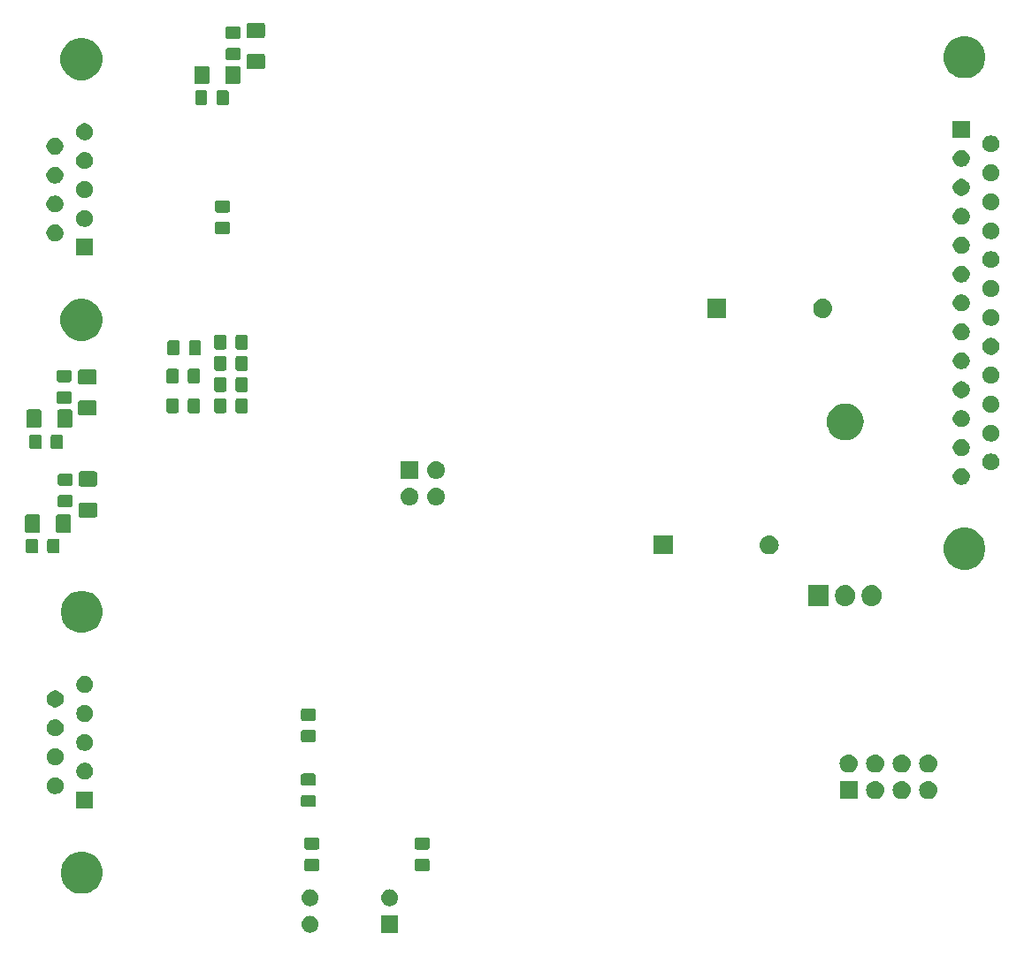
<source format=gbr>
G04 #@! TF.GenerationSoftware,KiCad,Pcbnew,(5.1.0)-1*
G04 #@! TF.CreationDate,2019-07-05T16:32:51+02:00*
G04 #@! TF.ProjectId,ECU_SMD,4543555f-534d-4442-9e6b-696361645f70,rev?*
G04 #@! TF.SameCoordinates,Original*
G04 #@! TF.FileFunction,Soldermask,Bot*
G04 #@! TF.FilePolarity,Negative*
%FSLAX46Y46*%
G04 Gerber Fmt 4.6, Leading zero omitted, Abs format (unit mm)*
G04 Created by KiCad (PCBNEW (5.1.0)-1) date 2019-07-05 16:32:51*
%MOMM*%
%LPD*%
G04 APERTURE LIST*
%ADD10C,0.100000*%
G04 APERTURE END LIST*
D10*
G36*
X98859800Y-177678200D02*
G01*
X97239800Y-177678200D01*
X97239800Y-176058200D01*
X98859800Y-176058200D01*
X98859800Y-177678200D01*
X98859800Y-177678200D01*
G37*
G36*
X90588588Y-176069920D02*
G01*
X90741273Y-176116237D01*
X90881989Y-176191451D01*
X91005328Y-176292672D01*
X91106549Y-176416011D01*
X91181763Y-176556727D01*
X91228080Y-176709412D01*
X91243719Y-176868200D01*
X91228080Y-177026988D01*
X91181763Y-177179673D01*
X91106549Y-177320389D01*
X91005328Y-177443728D01*
X90881989Y-177544949D01*
X90741273Y-177620163D01*
X90588588Y-177666480D01*
X90469591Y-177678200D01*
X90390009Y-177678200D01*
X90271012Y-177666480D01*
X90118327Y-177620163D01*
X89977611Y-177544949D01*
X89854272Y-177443728D01*
X89753051Y-177320389D01*
X89677837Y-177179673D01*
X89631520Y-177026988D01*
X89615881Y-176868200D01*
X89631520Y-176709412D01*
X89677837Y-176556727D01*
X89753051Y-176416011D01*
X89854272Y-176292672D01*
X89977611Y-176191451D01*
X90118327Y-176116237D01*
X90271012Y-176069920D01*
X90390009Y-176058200D01*
X90469591Y-176058200D01*
X90588588Y-176069920D01*
X90588588Y-176069920D01*
G37*
G36*
X90588588Y-173529920D02*
G01*
X90741273Y-173576237D01*
X90881989Y-173651451D01*
X91005328Y-173752672D01*
X91106549Y-173876011D01*
X91181763Y-174016727D01*
X91228080Y-174169412D01*
X91243719Y-174328200D01*
X91228080Y-174486988D01*
X91181763Y-174639673D01*
X91106549Y-174780389D01*
X91005328Y-174903728D01*
X90881989Y-175004949D01*
X90741273Y-175080163D01*
X90588588Y-175126480D01*
X90469591Y-175138200D01*
X90390009Y-175138200D01*
X90271012Y-175126480D01*
X90118327Y-175080163D01*
X89977611Y-175004949D01*
X89854272Y-174903728D01*
X89753051Y-174780389D01*
X89677837Y-174639673D01*
X89631520Y-174486988D01*
X89615881Y-174328200D01*
X89631520Y-174169412D01*
X89677837Y-174016727D01*
X89753051Y-173876011D01*
X89854272Y-173752672D01*
X89977611Y-173651451D01*
X90118327Y-173576237D01*
X90271012Y-173529920D01*
X90390009Y-173518200D01*
X90469591Y-173518200D01*
X90588588Y-173529920D01*
X90588588Y-173529920D01*
G37*
G36*
X98208588Y-173529920D02*
G01*
X98361273Y-173576237D01*
X98501989Y-173651451D01*
X98625328Y-173752672D01*
X98726549Y-173876011D01*
X98801763Y-174016727D01*
X98848080Y-174169412D01*
X98863719Y-174328200D01*
X98848080Y-174486988D01*
X98801763Y-174639673D01*
X98726549Y-174780389D01*
X98625328Y-174903728D01*
X98501989Y-175004949D01*
X98361273Y-175080163D01*
X98208588Y-175126480D01*
X98089591Y-175138200D01*
X98010009Y-175138200D01*
X97891012Y-175126480D01*
X97738327Y-175080163D01*
X97597611Y-175004949D01*
X97474272Y-174903728D01*
X97373051Y-174780389D01*
X97297837Y-174639673D01*
X97251520Y-174486988D01*
X97235881Y-174328200D01*
X97251520Y-174169412D01*
X97297837Y-174016727D01*
X97373051Y-173876011D01*
X97474272Y-173752672D01*
X97597611Y-173651451D01*
X97738327Y-173576237D01*
X97891012Y-173529920D01*
X98010009Y-173518200D01*
X98089591Y-173518200D01*
X98208588Y-173529920D01*
X98208588Y-173529920D01*
G37*
G36*
X69153296Y-169996243D02*
G01*
X69519092Y-170147761D01*
X69519094Y-170147762D01*
X69585292Y-170191994D01*
X69848301Y-170367731D01*
X70128269Y-170647699D01*
X70348239Y-170976908D01*
X70499757Y-171342704D01*
X70577000Y-171731032D01*
X70577000Y-172126968D01*
X70499757Y-172515296D01*
X70348239Y-172881092D01*
X70128269Y-173210301D01*
X69848301Y-173490269D01*
X69585292Y-173666006D01*
X69519094Y-173710238D01*
X69519093Y-173710239D01*
X69519092Y-173710239D01*
X69153296Y-173861757D01*
X68764968Y-173939000D01*
X68369032Y-173939000D01*
X67980704Y-173861757D01*
X67614908Y-173710239D01*
X67614907Y-173710239D01*
X67614906Y-173710238D01*
X67548708Y-173666006D01*
X67285699Y-173490269D01*
X67005731Y-173210301D01*
X66785761Y-172881092D01*
X66634243Y-172515296D01*
X66557000Y-172126968D01*
X66557000Y-171731032D01*
X66634243Y-171342704D01*
X66785761Y-170976908D01*
X67005731Y-170647699D01*
X67285699Y-170367731D01*
X67548708Y-170191994D01*
X67614906Y-170147762D01*
X67614908Y-170147761D01*
X67980704Y-169996243D01*
X68369032Y-169919000D01*
X68764968Y-169919000D01*
X69153296Y-169996243D01*
X69153296Y-169996243D01*
G37*
G36*
X91141668Y-170599021D02*
G01*
X91181236Y-170611024D01*
X91217695Y-170630512D01*
X91249657Y-170656743D01*
X91275888Y-170688705D01*
X91295376Y-170725164D01*
X91307379Y-170764732D01*
X91311800Y-170809621D01*
X91311800Y-171549579D01*
X91307379Y-171594468D01*
X91295376Y-171634036D01*
X91275888Y-171670495D01*
X91249657Y-171702457D01*
X91217695Y-171728688D01*
X91181236Y-171748176D01*
X91141668Y-171760179D01*
X91096779Y-171764600D01*
X90106821Y-171764600D01*
X90061932Y-171760179D01*
X90022364Y-171748176D01*
X89985905Y-171728688D01*
X89953943Y-171702457D01*
X89927712Y-171670495D01*
X89908224Y-171634036D01*
X89896221Y-171594468D01*
X89891800Y-171549579D01*
X89891800Y-170809621D01*
X89896221Y-170764732D01*
X89908224Y-170725164D01*
X89927712Y-170688705D01*
X89953943Y-170656743D01*
X89985905Y-170630512D01*
X90022364Y-170611024D01*
X90061932Y-170599021D01*
X90106821Y-170594600D01*
X91096779Y-170594600D01*
X91141668Y-170599021D01*
X91141668Y-170599021D01*
G37*
G36*
X101708068Y-170599021D02*
G01*
X101747636Y-170611024D01*
X101784095Y-170630512D01*
X101816057Y-170656743D01*
X101842288Y-170688705D01*
X101861776Y-170725164D01*
X101873779Y-170764732D01*
X101878200Y-170809621D01*
X101878200Y-171549579D01*
X101873779Y-171594468D01*
X101861776Y-171634036D01*
X101842288Y-171670495D01*
X101816057Y-171702457D01*
X101784095Y-171728688D01*
X101747636Y-171748176D01*
X101708068Y-171760179D01*
X101663179Y-171764600D01*
X100673221Y-171764600D01*
X100628332Y-171760179D01*
X100588764Y-171748176D01*
X100552305Y-171728688D01*
X100520343Y-171702457D01*
X100494112Y-171670495D01*
X100474624Y-171634036D01*
X100462621Y-171594468D01*
X100458200Y-171549579D01*
X100458200Y-170809621D01*
X100462621Y-170764732D01*
X100474624Y-170725164D01*
X100494112Y-170688705D01*
X100520343Y-170656743D01*
X100552305Y-170630512D01*
X100588764Y-170611024D01*
X100628332Y-170599021D01*
X100673221Y-170594600D01*
X101663179Y-170594600D01*
X101708068Y-170599021D01*
X101708068Y-170599021D01*
G37*
G36*
X91141668Y-168549021D02*
G01*
X91181236Y-168561024D01*
X91217695Y-168580512D01*
X91249657Y-168606743D01*
X91275888Y-168638705D01*
X91295376Y-168675164D01*
X91307379Y-168714732D01*
X91311800Y-168759621D01*
X91311800Y-169499579D01*
X91307379Y-169544468D01*
X91295376Y-169584036D01*
X91275888Y-169620495D01*
X91249657Y-169652457D01*
X91217695Y-169678688D01*
X91181236Y-169698176D01*
X91141668Y-169710179D01*
X91096779Y-169714600D01*
X90106821Y-169714600D01*
X90061932Y-169710179D01*
X90022364Y-169698176D01*
X89985905Y-169678688D01*
X89953943Y-169652457D01*
X89927712Y-169620495D01*
X89908224Y-169584036D01*
X89896221Y-169544468D01*
X89891800Y-169499579D01*
X89891800Y-168759621D01*
X89896221Y-168714732D01*
X89908224Y-168675164D01*
X89927712Y-168638705D01*
X89953943Y-168606743D01*
X89985905Y-168580512D01*
X90022364Y-168561024D01*
X90061932Y-168549021D01*
X90106821Y-168544600D01*
X91096779Y-168544600D01*
X91141668Y-168549021D01*
X91141668Y-168549021D01*
G37*
G36*
X101708068Y-168549021D02*
G01*
X101747636Y-168561024D01*
X101784095Y-168580512D01*
X101816057Y-168606743D01*
X101842288Y-168638705D01*
X101861776Y-168675164D01*
X101873779Y-168714732D01*
X101878200Y-168759621D01*
X101878200Y-169499579D01*
X101873779Y-169544468D01*
X101861776Y-169584036D01*
X101842288Y-169620495D01*
X101816057Y-169652457D01*
X101784095Y-169678688D01*
X101747636Y-169698176D01*
X101708068Y-169710179D01*
X101663179Y-169714600D01*
X100673221Y-169714600D01*
X100628332Y-169710179D01*
X100588764Y-169698176D01*
X100552305Y-169678688D01*
X100520343Y-169652457D01*
X100494112Y-169620495D01*
X100474624Y-169584036D01*
X100462621Y-169544468D01*
X100458200Y-169499579D01*
X100458200Y-168759621D01*
X100462621Y-168714732D01*
X100474624Y-168675164D01*
X100494112Y-168638705D01*
X100520343Y-168606743D01*
X100552305Y-168580512D01*
X100588764Y-168561024D01*
X100628332Y-168549021D01*
X100673221Y-168544600D01*
X101663179Y-168544600D01*
X101708068Y-168549021D01*
X101708068Y-168549021D01*
G37*
G36*
X69677000Y-165779000D02*
G01*
X68057000Y-165779000D01*
X68057000Y-164159000D01*
X69677000Y-164159000D01*
X69677000Y-165779000D01*
X69677000Y-165779000D01*
G37*
G36*
X90811468Y-164477621D02*
G01*
X90851036Y-164489624D01*
X90887495Y-164509112D01*
X90919457Y-164535343D01*
X90945688Y-164567305D01*
X90965176Y-164603764D01*
X90977179Y-164643332D01*
X90981600Y-164688221D01*
X90981600Y-165428179D01*
X90977179Y-165473068D01*
X90965176Y-165512636D01*
X90945688Y-165549095D01*
X90919457Y-165581057D01*
X90887495Y-165607288D01*
X90851036Y-165626776D01*
X90811468Y-165638779D01*
X90766579Y-165643200D01*
X89776621Y-165643200D01*
X89731732Y-165638779D01*
X89692164Y-165626776D01*
X89655705Y-165607288D01*
X89623743Y-165581057D01*
X89597512Y-165549095D01*
X89578024Y-165512636D01*
X89566021Y-165473068D01*
X89561600Y-165428179D01*
X89561600Y-164688221D01*
X89566021Y-164643332D01*
X89578024Y-164603764D01*
X89597512Y-164567305D01*
X89623743Y-164535343D01*
X89655705Y-164509112D01*
X89692164Y-164489624D01*
X89731732Y-164477621D01*
X89776621Y-164473200D01*
X90766579Y-164473200D01*
X90811468Y-164477621D01*
X90811468Y-164477621D01*
G37*
G36*
X144708589Y-163152444D02*
G01*
X144870700Y-163201619D01*
X145020102Y-163281476D01*
X145151054Y-163388946D01*
X145258524Y-163519898D01*
X145338381Y-163669300D01*
X145387556Y-163831411D01*
X145404161Y-164000000D01*
X145387556Y-164168589D01*
X145338381Y-164330700D01*
X145258524Y-164480102D01*
X145151054Y-164611054D01*
X145020102Y-164718524D01*
X144870700Y-164798381D01*
X144708589Y-164847556D01*
X144582246Y-164860000D01*
X144497754Y-164860000D01*
X144371411Y-164847556D01*
X144209300Y-164798381D01*
X144059898Y-164718524D01*
X143928946Y-164611054D01*
X143821476Y-164480102D01*
X143741619Y-164330700D01*
X143692444Y-164168589D01*
X143675839Y-164000000D01*
X143692444Y-163831411D01*
X143741619Y-163669300D01*
X143821476Y-163519898D01*
X143928946Y-163388946D01*
X144059898Y-163281476D01*
X144209300Y-163201619D01*
X144371411Y-163152444D01*
X144497754Y-163140000D01*
X144582246Y-163140000D01*
X144708589Y-163152444D01*
X144708589Y-163152444D01*
G37*
G36*
X149788589Y-163152444D02*
G01*
X149950700Y-163201619D01*
X150100102Y-163281476D01*
X150231054Y-163388946D01*
X150338524Y-163519898D01*
X150418381Y-163669300D01*
X150467556Y-163831411D01*
X150484161Y-164000000D01*
X150467556Y-164168589D01*
X150418381Y-164330700D01*
X150338524Y-164480102D01*
X150231054Y-164611054D01*
X150100102Y-164718524D01*
X149950700Y-164798381D01*
X149788589Y-164847556D01*
X149662246Y-164860000D01*
X149577754Y-164860000D01*
X149451411Y-164847556D01*
X149289300Y-164798381D01*
X149139898Y-164718524D01*
X149008946Y-164611054D01*
X148901476Y-164480102D01*
X148821619Y-164330700D01*
X148772444Y-164168589D01*
X148755839Y-164000000D01*
X148772444Y-163831411D01*
X148821619Y-163669300D01*
X148901476Y-163519898D01*
X149008946Y-163388946D01*
X149139898Y-163281476D01*
X149289300Y-163201619D01*
X149451411Y-163152444D01*
X149577754Y-163140000D01*
X149662246Y-163140000D01*
X149788589Y-163152444D01*
X149788589Y-163152444D01*
G37*
G36*
X147248589Y-163152444D02*
G01*
X147410700Y-163201619D01*
X147560102Y-163281476D01*
X147691054Y-163388946D01*
X147798524Y-163519898D01*
X147878381Y-163669300D01*
X147927556Y-163831411D01*
X147944161Y-164000000D01*
X147927556Y-164168589D01*
X147878381Y-164330700D01*
X147798524Y-164480102D01*
X147691054Y-164611054D01*
X147560102Y-164718524D01*
X147410700Y-164798381D01*
X147248589Y-164847556D01*
X147122246Y-164860000D01*
X147037754Y-164860000D01*
X146911411Y-164847556D01*
X146749300Y-164798381D01*
X146599898Y-164718524D01*
X146468946Y-164611054D01*
X146361476Y-164480102D01*
X146281619Y-164330700D01*
X146232444Y-164168589D01*
X146215839Y-164000000D01*
X146232444Y-163831411D01*
X146281619Y-163669300D01*
X146361476Y-163519898D01*
X146468946Y-163388946D01*
X146599898Y-163281476D01*
X146749300Y-163201619D01*
X146911411Y-163152444D01*
X147037754Y-163140000D01*
X147122246Y-163140000D01*
X147248589Y-163152444D01*
X147248589Y-163152444D01*
G37*
G36*
X142860000Y-164860000D02*
G01*
X141140000Y-164860000D01*
X141140000Y-163140000D01*
X142860000Y-163140000D01*
X142860000Y-164860000D01*
X142860000Y-164860000D01*
G37*
G36*
X66263268Y-162805128D02*
G01*
X66410681Y-162866188D01*
X66543344Y-162954831D01*
X66656169Y-163067656D01*
X66744812Y-163200319D01*
X66778428Y-163281476D01*
X66805872Y-163347732D01*
X66837000Y-163504222D01*
X66837000Y-163663778D01*
X66835901Y-163669302D01*
X66805872Y-163820268D01*
X66744812Y-163967681D01*
X66656169Y-164100344D01*
X66543344Y-164213169D01*
X66410681Y-164301812D01*
X66263268Y-164362872D01*
X66106778Y-164394000D01*
X65947222Y-164394000D01*
X65790732Y-164362872D01*
X65643319Y-164301812D01*
X65510656Y-164213169D01*
X65397831Y-164100344D01*
X65309188Y-163967681D01*
X65248128Y-163820268D01*
X65218099Y-163669302D01*
X65217000Y-163663778D01*
X65217000Y-163504222D01*
X65248128Y-163347732D01*
X65275572Y-163281476D01*
X65309188Y-163200319D01*
X65397831Y-163067656D01*
X65510656Y-162954831D01*
X65643319Y-162866188D01*
X65790732Y-162805128D01*
X65947222Y-162774000D01*
X66106778Y-162774000D01*
X66263268Y-162805128D01*
X66263268Y-162805128D01*
G37*
G36*
X90811468Y-162427621D02*
G01*
X90851036Y-162439624D01*
X90887495Y-162459112D01*
X90919457Y-162485343D01*
X90945688Y-162517305D01*
X90965176Y-162553764D01*
X90977179Y-162593332D01*
X90981600Y-162638221D01*
X90981600Y-163378179D01*
X90977179Y-163423068D01*
X90965176Y-163462636D01*
X90945688Y-163499095D01*
X90919457Y-163531057D01*
X90887495Y-163557288D01*
X90851036Y-163576776D01*
X90811468Y-163588779D01*
X90766579Y-163593200D01*
X89776621Y-163593200D01*
X89731732Y-163588779D01*
X89692164Y-163576776D01*
X89655705Y-163557288D01*
X89623743Y-163531057D01*
X89597512Y-163499095D01*
X89578024Y-163462636D01*
X89566021Y-163423068D01*
X89561600Y-163378179D01*
X89561600Y-162638221D01*
X89566021Y-162593332D01*
X89578024Y-162553764D01*
X89597512Y-162517305D01*
X89623743Y-162485343D01*
X89655705Y-162459112D01*
X89692164Y-162439624D01*
X89731732Y-162427621D01*
X89776621Y-162423200D01*
X90766579Y-162423200D01*
X90811468Y-162427621D01*
X90811468Y-162427621D01*
G37*
G36*
X69103268Y-161420128D02*
G01*
X69250681Y-161481188D01*
X69383344Y-161569831D01*
X69496169Y-161682656D01*
X69584812Y-161815319D01*
X69636498Y-161940102D01*
X69645872Y-161962732D01*
X69667419Y-162071053D01*
X69677000Y-162119223D01*
X69677000Y-162278777D01*
X69645872Y-162435268D01*
X69584812Y-162582681D01*
X69496169Y-162715344D01*
X69383344Y-162828169D01*
X69250681Y-162916812D01*
X69103268Y-162977872D01*
X68946778Y-163009000D01*
X68787222Y-163009000D01*
X68630732Y-162977872D01*
X68483319Y-162916812D01*
X68350656Y-162828169D01*
X68237831Y-162715344D01*
X68149188Y-162582681D01*
X68088128Y-162435268D01*
X68057000Y-162278777D01*
X68057000Y-162119223D01*
X68066582Y-162071053D01*
X68088128Y-161962732D01*
X68097502Y-161940102D01*
X68149188Y-161815319D01*
X68237831Y-161682656D01*
X68350656Y-161569831D01*
X68483319Y-161481188D01*
X68630732Y-161420128D01*
X68787222Y-161389000D01*
X68946778Y-161389000D01*
X69103268Y-161420128D01*
X69103268Y-161420128D01*
G37*
G36*
X147248589Y-160612444D02*
G01*
X147410700Y-160661619D01*
X147560102Y-160741476D01*
X147691054Y-160848946D01*
X147798524Y-160979898D01*
X147878381Y-161129300D01*
X147927556Y-161291411D01*
X147944161Y-161460000D01*
X147927556Y-161628589D01*
X147878381Y-161790700D01*
X147798524Y-161940102D01*
X147691054Y-162071054D01*
X147560102Y-162178524D01*
X147410700Y-162258381D01*
X147248589Y-162307556D01*
X147122246Y-162320000D01*
X147037754Y-162320000D01*
X146911411Y-162307556D01*
X146749300Y-162258381D01*
X146599898Y-162178524D01*
X146468946Y-162071054D01*
X146361476Y-161940102D01*
X146281619Y-161790700D01*
X146232444Y-161628589D01*
X146215839Y-161460000D01*
X146232444Y-161291411D01*
X146281619Y-161129300D01*
X146361476Y-160979898D01*
X146468946Y-160848946D01*
X146599898Y-160741476D01*
X146749300Y-160661619D01*
X146911411Y-160612444D01*
X147037754Y-160600000D01*
X147122246Y-160600000D01*
X147248589Y-160612444D01*
X147248589Y-160612444D01*
G37*
G36*
X144708589Y-160612444D02*
G01*
X144870700Y-160661619D01*
X145020102Y-160741476D01*
X145151054Y-160848946D01*
X145258524Y-160979898D01*
X145338381Y-161129300D01*
X145387556Y-161291411D01*
X145404161Y-161460000D01*
X145387556Y-161628589D01*
X145338381Y-161790700D01*
X145258524Y-161940102D01*
X145151054Y-162071054D01*
X145020102Y-162178524D01*
X144870700Y-162258381D01*
X144708589Y-162307556D01*
X144582246Y-162320000D01*
X144497754Y-162320000D01*
X144371411Y-162307556D01*
X144209300Y-162258381D01*
X144059898Y-162178524D01*
X143928946Y-162071054D01*
X143821476Y-161940102D01*
X143741619Y-161790700D01*
X143692444Y-161628589D01*
X143675839Y-161460000D01*
X143692444Y-161291411D01*
X143741619Y-161129300D01*
X143821476Y-160979898D01*
X143928946Y-160848946D01*
X144059898Y-160741476D01*
X144209300Y-160661619D01*
X144371411Y-160612444D01*
X144497754Y-160600000D01*
X144582246Y-160600000D01*
X144708589Y-160612444D01*
X144708589Y-160612444D01*
G37*
G36*
X142168589Y-160612444D02*
G01*
X142330700Y-160661619D01*
X142480102Y-160741476D01*
X142611054Y-160848946D01*
X142718524Y-160979898D01*
X142798381Y-161129300D01*
X142847556Y-161291411D01*
X142864161Y-161460000D01*
X142847556Y-161628589D01*
X142798381Y-161790700D01*
X142718524Y-161940102D01*
X142611054Y-162071054D01*
X142480102Y-162178524D01*
X142330700Y-162258381D01*
X142168589Y-162307556D01*
X142042246Y-162320000D01*
X141957754Y-162320000D01*
X141831411Y-162307556D01*
X141669300Y-162258381D01*
X141519898Y-162178524D01*
X141388946Y-162071054D01*
X141281476Y-161940102D01*
X141201619Y-161790700D01*
X141152444Y-161628589D01*
X141135839Y-161460000D01*
X141152444Y-161291411D01*
X141201619Y-161129300D01*
X141281476Y-160979898D01*
X141388946Y-160848946D01*
X141519898Y-160741476D01*
X141669300Y-160661619D01*
X141831411Y-160612444D01*
X141957754Y-160600000D01*
X142042246Y-160600000D01*
X142168589Y-160612444D01*
X142168589Y-160612444D01*
G37*
G36*
X149788589Y-160612444D02*
G01*
X149950700Y-160661619D01*
X150100102Y-160741476D01*
X150231054Y-160848946D01*
X150338524Y-160979898D01*
X150418381Y-161129300D01*
X150467556Y-161291411D01*
X150484161Y-161460000D01*
X150467556Y-161628589D01*
X150418381Y-161790700D01*
X150338524Y-161940102D01*
X150231054Y-162071054D01*
X150100102Y-162178524D01*
X149950700Y-162258381D01*
X149788589Y-162307556D01*
X149662246Y-162320000D01*
X149577754Y-162320000D01*
X149451411Y-162307556D01*
X149289300Y-162258381D01*
X149139898Y-162178524D01*
X149008946Y-162071054D01*
X148901476Y-161940102D01*
X148821619Y-161790700D01*
X148772444Y-161628589D01*
X148755839Y-161460000D01*
X148772444Y-161291411D01*
X148821619Y-161129300D01*
X148901476Y-160979898D01*
X149008946Y-160848946D01*
X149139898Y-160741476D01*
X149289300Y-160661619D01*
X149451411Y-160612444D01*
X149577754Y-160600000D01*
X149662246Y-160600000D01*
X149788589Y-160612444D01*
X149788589Y-160612444D01*
G37*
G36*
X66263268Y-160035128D02*
G01*
X66410681Y-160096188D01*
X66543344Y-160184831D01*
X66656169Y-160297656D01*
X66744812Y-160430319D01*
X66805872Y-160577732D01*
X66837000Y-160734222D01*
X66837000Y-160893778D01*
X66805872Y-161050268D01*
X66744812Y-161197681D01*
X66656169Y-161330344D01*
X66543344Y-161443169D01*
X66410681Y-161531812D01*
X66263268Y-161592872D01*
X66106778Y-161624000D01*
X65947222Y-161624000D01*
X65790732Y-161592872D01*
X65643319Y-161531812D01*
X65510656Y-161443169D01*
X65397831Y-161330344D01*
X65309188Y-161197681D01*
X65248128Y-161050268D01*
X65217000Y-160893778D01*
X65217000Y-160734222D01*
X65248128Y-160577732D01*
X65309188Y-160430319D01*
X65397831Y-160297656D01*
X65510656Y-160184831D01*
X65643319Y-160096188D01*
X65790732Y-160035128D01*
X65947222Y-160004000D01*
X66106778Y-160004000D01*
X66263268Y-160035128D01*
X66263268Y-160035128D01*
G37*
G36*
X69103268Y-158650128D02*
G01*
X69250681Y-158711188D01*
X69383344Y-158799831D01*
X69496169Y-158912656D01*
X69584812Y-159045319D01*
X69634738Y-159165853D01*
X69645872Y-159192732D01*
X69665148Y-159289636D01*
X69677000Y-159349223D01*
X69677000Y-159508777D01*
X69645872Y-159665268D01*
X69584812Y-159812681D01*
X69496169Y-159945344D01*
X69383344Y-160058169D01*
X69250681Y-160146812D01*
X69103268Y-160207872D01*
X68946778Y-160239000D01*
X68787222Y-160239000D01*
X68630732Y-160207872D01*
X68483319Y-160146812D01*
X68350656Y-160058169D01*
X68237831Y-159945344D01*
X68149188Y-159812681D01*
X68088128Y-159665268D01*
X68057000Y-159508777D01*
X68057000Y-159349223D01*
X68068853Y-159289636D01*
X68088128Y-159192732D01*
X68099262Y-159165853D01*
X68149188Y-159045319D01*
X68237831Y-158912656D01*
X68350656Y-158799831D01*
X68483319Y-158711188D01*
X68630732Y-158650128D01*
X68787222Y-158619000D01*
X68946778Y-158619000D01*
X69103268Y-158650128D01*
X69103268Y-158650128D01*
G37*
G36*
X90811468Y-158254621D02*
G01*
X90851036Y-158266624D01*
X90887495Y-158286112D01*
X90919457Y-158312343D01*
X90945688Y-158344305D01*
X90965176Y-158380764D01*
X90977179Y-158420332D01*
X90981600Y-158465221D01*
X90981600Y-159205179D01*
X90977179Y-159250068D01*
X90965176Y-159289636D01*
X90945688Y-159326095D01*
X90919457Y-159358057D01*
X90887495Y-159384288D01*
X90851036Y-159403776D01*
X90811468Y-159415779D01*
X90766579Y-159420200D01*
X89776621Y-159420200D01*
X89731732Y-159415779D01*
X89692164Y-159403776D01*
X89655705Y-159384288D01*
X89623743Y-159358057D01*
X89597512Y-159326095D01*
X89578024Y-159289636D01*
X89566021Y-159250068D01*
X89561600Y-159205179D01*
X89561600Y-158465221D01*
X89566021Y-158420332D01*
X89578024Y-158380764D01*
X89597512Y-158344305D01*
X89623743Y-158312343D01*
X89655705Y-158286112D01*
X89692164Y-158266624D01*
X89731732Y-158254621D01*
X89776621Y-158250200D01*
X90766579Y-158250200D01*
X90811468Y-158254621D01*
X90811468Y-158254621D01*
G37*
G36*
X66223215Y-157257161D02*
G01*
X66263268Y-157265128D01*
X66410681Y-157326188D01*
X66543344Y-157414831D01*
X66656169Y-157527656D01*
X66744812Y-157660319D01*
X66805872Y-157807732D01*
X66837000Y-157964223D01*
X66837000Y-158123777D01*
X66805872Y-158280268D01*
X66744812Y-158427681D01*
X66656169Y-158560344D01*
X66543344Y-158673169D01*
X66410681Y-158761812D01*
X66263268Y-158822872D01*
X66106778Y-158854000D01*
X65947222Y-158854000D01*
X65790732Y-158822872D01*
X65643319Y-158761812D01*
X65510656Y-158673169D01*
X65397831Y-158560344D01*
X65309188Y-158427681D01*
X65248128Y-158280268D01*
X65217000Y-158123777D01*
X65217000Y-157964223D01*
X65248128Y-157807732D01*
X65309188Y-157660319D01*
X65397831Y-157527656D01*
X65510656Y-157414831D01*
X65643319Y-157326188D01*
X65790732Y-157265128D01*
X65830785Y-157257161D01*
X65947222Y-157234000D01*
X66106778Y-157234000D01*
X66223215Y-157257161D01*
X66223215Y-157257161D01*
G37*
G36*
X69103268Y-155880128D02*
G01*
X69250681Y-155941188D01*
X69383344Y-156029831D01*
X69496169Y-156142656D01*
X69584812Y-156275319D01*
X69645872Y-156422732D01*
X69677000Y-156579223D01*
X69677000Y-156738777D01*
X69645872Y-156895268D01*
X69584812Y-157042681D01*
X69496169Y-157175344D01*
X69383344Y-157288169D01*
X69250681Y-157376812D01*
X69103268Y-157437872D01*
X68946778Y-157469000D01*
X68787222Y-157469000D01*
X68630732Y-157437872D01*
X68483319Y-157376812D01*
X68350656Y-157288169D01*
X68237831Y-157175344D01*
X68149188Y-157042681D01*
X68088128Y-156895268D01*
X68057000Y-156738777D01*
X68057000Y-156579223D01*
X68088128Y-156422732D01*
X68149188Y-156275319D01*
X68237831Y-156142656D01*
X68350656Y-156029831D01*
X68483319Y-155941188D01*
X68630732Y-155880128D01*
X68787222Y-155849000D01*
X68946778Y-155849000D01*
X69103268Y-155880128D01*
X69103268Y-155880128D01*
G37*
G36*
X90811468Y-156204621D02*
G01*
X90851036Y-156216624D01*
X90887495Y-156236112D01*
X90919457Y-156262343D01*
X90945688Y-156294305D01*
X90965176Y-156330764D01*
X90977179Y-156370332D01*
X90981600Y-156415221D01*
X90981600Y-157155179D01*
X90977179Y-157200068D01*
X90965176Y-157239636D01*
X90945688Y-157276095D01*
X90919457Y-157308057D01*
X90887495Y-157334288D01*
X90851036Y-157353776D01*
X90811468Y-157365779D01*
X90766579Y-157370200D01*
X89776621Y-157370200D01*
X89731732Y-157365779D01*
X89692164Y-157353776D01*
X89655705Y-157334288D01*
X89623743Y-157308057D01*
X89597512Y-157276095D01*
X89578024Y-157239636D01*
X89566021Y-157200068D01*
X89561600Y-157155179D01*
X89561600Y-156415221D01*
X89566021Y-156370332D01*
X89578024Y-156330764D01*
X89597512Y-156294305D01*
X89623743Y-156262343D01*
X89655705Y-156236112D01*
X89692164Y-156216624D01*
X89731732Y-156204621D01*
X89776621Y-156200200D01*
X90766579Y-156200200D01*
X90811468Y-156204621D01*
X90811468Y-156204621D01*
G37*
G36*
X66263268Y-154495128D02*
G01*
X66410681Y-154556188D01*
X66543344Y-154644831D01*
X66656169Y-154757656D01*
X66744812Y-154890319D01*
X66805872Y-155037732D01*
X66837000Y-155194223D01*
X66837000Y-155353777D01*
X66805872Y-155510268D01*
X66744812Y-155657681D01*
X66656169Y-155790344D01*
X66543344Y-155903169D01*
X66410681Y-155991812D01*
X66263268Y-156052872D01*
X66106778Y-156084000D01*
X65947222Y-156084000D01*
X65790732Y-156052872D01*
X65643319Y-155991812D01*
X65510656Y-155903169D01*
X65397831Y-155790344D01*
X65309188Y-155657681D01*
X65248128Y-155510268D01*
X65217000Y-155353777D01*
X65217000Y-155194223D01*
X65248128Y-155037732D01*
X65309188Y-154890319D01*
X65397831Y-154757656D01*
X65510656Y-154644831D01*
X65643319Y-154556188D01*
X65790732Y-154495128D01*
X65947222Y-154464000D01*
X66106778Y-154464000D01*
X66263268Y-154495128D01*
X66263268Y-154495128D01*
G37*
G36*
X69103268Y-153110128D02*
G01*
X69250681Y-153171188D01*
X69383344Y-153259831D01*
X69496169Y-153372656D01*
X69584812Y-153505319D01*
X69645872Y-153652732D01*
X69677000Y-153809223D01*
X69677000Y-153968777D01*
X69645872Y-154125268D01*
X69584812Y-154272681D01*
X69496169Y-154405344D01*
X69383344Y-154518169D01*
X69250681Y-154606812D01*
X69103268Y-154667872D01*
X68946778Y-154699000D01*
X68787222Y-154699000D01*
X68630732Y-154667872D01*
X68483319Y-154606812D01*
X68350656Y-154518169D01*
X68237831Y-154405344D01*
X68149188Y-154272681D01*
X68088128Y-154125268D01*
X68057000Y-153968777D01*
X68057000Y-153809223D01*
X68088128Y-153652732D01*
X68149188Y-153505319D01*
X68237831Y-153372656D01*
X68350656Y-153259831D01*
X68483319Y-153171188D01*
X68630732Y-153110128D01*
X68787222Y-153079000D01*
X68946778Y-153079000D01*
X69103268Y-153110128D01*
X69103268Y-153110128D01*
G37*
G36*
X69153296Y-144996243D02*
G01*
X69519092Y-145147761D01*
X69519094Y-145147762D01*
X69526361Y-145152618D01*
X69848301Y-145367731D01*
X70128269Y-145647699D01*
X70234319Y-145806415D01*
X70346046Y-145973625D01*
X70348239Y-145976908D01*
X70499757Y-146342704D01*
X70577000Y-146731032D01*
X70577000Y-147126968D01*
X70499757Y-147515296D01*
X70348239Y-147881092D01*
X70128269Y-148210301D01*
X69848301Y-148490269D01*
X69585292Y-148666006D01*
X69519094Y-148710238D01*
X69519093Y-148710239D01*
X69519092Y-148710239D01*
X69153296Y-148861757D01*
X68764968Y-148939000D01*
X68369032Y-148939000D01*
X67980704Y-148861757D01*
X67614908Y-148710239D01*
X67614907Y-148710239D01*
X67614906Y-148710238D01*
X67548708Y-148666006D01*
X67285699Y-148490269D01*
X67005731Y-148210301D01*
X66785761Y-147881092D01*
X66634243Y-147515296D01*
X66557000Y-147126968D01*
X66557000Y-146731032D01*
X66634243Y-146342704D01*
X66785761Y-145976908D01*
X66787955Y-145973625D01*
X66899681Y-145806415D01*
X67005731Y-145647699D01*
X67285699Y-145367731D01*
X67607639Y-145152618D01*
X67614906Y-145147762D01*
X67614908Y-145147761D01*
X67980704Y-144996243D01*
X68369032Y-144919000D01*
X68764968Y-144919000D01*
X69153296Y-144996243D01*
X69153296Y-144996243D01*
G37*
G36*
X141861683Y-144392728D02*
G01*
X142043115Y-144447764D01*
X142210325Y-144537139D01*
X142356884Y-144657418D01*
X142477163Y-144803977D01*
X142566538Y-144971186D01*
X142621574Y-145152618D01*
X142635501Y-145294019D01*
X142635501Y-145483582D01*
X142621574Y-145624983D01*
X142566538Y-145806415D01*
X142477163Y-145973625D01*
X142356884Y-146120184D01*
X142210325Y-146240463D01*
X142043116Y-146329838D01*
X141861684Y-146384874D01*
X141673001Y-146403458D01*
X141484319Y-146384874D01*
X141302887Y-146329838D01*
X141135677Y-146240463D01*
X140989118Y-146120184D01*
X140868839Y-145973625D01*
X140779464Y-145806416D01*
X140724428Y-145624984D01*
X140710501Y-145483583D01*
X140710501Y-145294020D01*
X140724428Y-145152619D01*
X140779464Y-144971187D01*
X140868839Y-144803977D01*
X140989118Y-144657418D01*
X141135677Y-144537139D01*
X141302886Y-144447764D01*
X141484318Y-144392728D01*
X141673001Y-144374144D01*
X141861683Y-144392728D01*
X141861683Y-144392728D01*
G37*
G36*
X144401683Y-144392728D02*
G01*
X144583115Y-144447764D01*
X144750325Y-144537139D01*
X144896884Y-144657418D01*
X145017163Y-144803977D01*
X145106538Y-144971186D01*
X145161574Y-145152618D01*
X145175501Y-145294019D01*
X145175501Y-145483582D01*
X145161574Y-145624983D01*
X145106538Y-145806415D01*
X145017163Y-145973625D01*
X144896884Y-146120184D01*
X144750325Y-146240463D01*
X144583116Y-146329838D01*
X144401684Y-146384874D01*
X144213001Y-146403458D01*
X144024319Y-146384874D01*
X143842887Y-146329838D01*
X143675677Y-146240463D01*
X143529118Y-146120184D01*
X143408839Y-145973625D01*
X143319464Y-145806416D01*
X143264428Y-145624984D01*
X143250501Y-145483583D01*
X143250501Y-145294020D01*
X143264428Y-145152619D01*
X143319464Y-144971187D01*
X143408839Y-144803977D01*
X143529118Y-144657418D01*
X143675677Y-144537139D01*
X143842886Y-144447764D01*
X144024318Y-144392728D01*
X144213001Y-144374144D01*
X144401683Y-144392728D01*
X144401683Y-144392728D01*
G37*
G36*
X140095501Y-146398801D02*
G01*
X138170501Y-146398801D01*
X138170501Y-144378801D01*
X140095501Y-144378801D01*
X140095501Y-146398801D01*
X140095501Y-146398801D01*
G37*
G36*
X153667296Y-138948243D02*
G01*
X154033092Y-139099761D01*
X154033094Y-139099762D01*
X154039872Y-139104291D01*
X154362301Y-139319731D01*
X154642269Y-139599699D01*
X154862239Y-139928908D01*
X155013757Y-140294704D01*
X155091000Y-140683032D01*
X155091000Y-141078968D01*
X155013757Y-141467296D01*
X154862239Y-141833092D01*
X154642269Y-142162301D01*
X154362301Y-142442269D01*
X154099292Y-142618006D01*
X154033094Y-142662238D01*
X154033093Y-142662239D01*
X154033092Y-142662239D01*
X153667296Y-142813757D01*
X153278968Y-142891000D01*
X152883032Y-142891000D01*
X152494704Y-142813757D01*
X152128908Y-142662239D01*
X152128907Y-142662239D01*
X152128906Y-142662238D01*
X152062708Y-142618006D01*
X151799699Y-142442269D01*
X151519731Y-142162301D01*
X151299761Y-141833092D01*
X151148243Y-141467296D01*
X151071000Y-141078968D01*
X151071000Y-140683032D01*
X151148243Y-140294704D01*
X151299761Y-139928908D01*
X151519731Y-139599699D01*
X151799699Y-139319731D01*
X152122128Y-139104291D01*
X152128906Y-139099762D01*
X152128908Y-139099761D01*
X152494704Y-138948243D01*
X152883032Y-138871000D01*
X153278968Y-138871000D01*
X153667296Y-138948243D01*
X153667296Y-138948243D01*
G37*
G36*
X134569791Y-139615967D02*
G01*
X134741327Y-139668002D01*
X134899415Y-139752502D01*
X135037981Y-139866219D01*
X135151698Y-140004785D01*
X135236198Y-140162873D01*
X135288233Y-140334409D01*
X135305803Y-140512800D01*
X135288233Y-140691191D01*
X135236198Y-140862727D01*
X135151698Y-141020815D01*
X135037981Y-141159381D01*
X134899415Y-141273098D01*
X134741327Y-141357598D01*
X134569791Y-141409633D01*
X134436104Y-141422800D01*
X134346696Y-141422800D01*
X134213009Y-141409633D01*
X134041473Y-141357598D01*
X133883385Y-141273098D01*
X133744819Y-141159381D01*
X133631102Y-141020815D01*
X133546602Y-140862727D01*
X133494567Y-140691191D01*
X133476997Y-140512800D01*
X133494567Y-140334409D01*
X133546602Y-140162873D01*
X133631102Y-140004785D01*
X133744819Y-139866219D01*
X133883385Y-139752502D01*
X134041473Y-139668002D01*
X134213009Y-139615967D01*
X134346696Y-139602800D01*
X134436104Y-139602800D01*
X134569791Y-139615967D01*
X134569791Y-139615967D01*
G37*
G36*
X125141400Y-141422800D02*
G01*
X123321400Y-141422800D01*
X123321400Y-139602800D01*
X125141400Y-139602800D01*
X125141400Y-141422800D01*
X125141400Y-141422800D01*
G37*
G36*
X66273068Y-139926221D02*
G01*
X66312636Y-139938224D01*
X66349095Y-139957712D01*
X66381057Y-139983943D01*
X66407288Y-140015905D01*
X66426776Y-140052364D01*
X66438779Y-140091932D01*
X66443200Y-140136821D01*
X66443200Y-141126779D01*
X66438779Y-141171668D01*
X66426776Y-141211236D01*
X66407288Y-141247695D01*
X66381057Y-141279657D01*
X66349095Y-141305888D01*
X66312636Y-141325376D01*
X66273068Y-141337379D01*
X66228179Y-141341800D01*
X65488221Y-141341800D01*
X65443332Y-141337379D01*
X65403764Y-141325376D01*
X65367305Y-141305888D01*
X65335343Y-141279657D01*
X65309112Y-141247695D01*
X65289624Y-141211236D01*
X65277621Y-141171668D01*
X65273200Y-141126779D01*
X65273200Y-140136821D01*
X65277621Y-140091932D01*
X65289624Y-140052364D01*
X65309112Y-140015905D01*
X65335343Y-139983943D01*
X65367305Y-139957712D01*
X65403764Y-139938224D01*
X65443332Y-139926221D01*
X65488221Y-139921800D01*
X66228179Y-139921800D01*
X66273068Y-139926221D01*
X66273068Y-139926221D01*
G37*
G36*
X64223068Y-139926221D02*
G01*
X64262636Y-139938224D01*
X64299095Y-139957712D01*
X64331057Y-139983943D01*
X64357288Y-140015905D01*
X64376776Y-140052364D01*
X64388779Y-140091932D01*
X64393200Y-140136821D01*
X64393200Y-141126779D01*
X64388779Y-141171668D01*
X64376776Y-141211236D01*
X64357288Y-141247695D01*
X64331057Y-141279657D01*
X64299095Y-141305888D01*
X64262636Y-141325376D01*
X64223068Y-141337379D01*
X64178179Y-141341800D01*
X63438221Y-141341800D01*
X63393332Y-141337379D01*
X63353764Y-141325376D01*
X63317305Y-141305888D01*
X63285343Y-141279657D01*
X63259112Y-141247695D01*
X63239624Y-141211236D01*
X63227621Y-141171668D01*
X63223200Y-141126779D01*
X63223200Y-140136821D01*
X63227621Y-140091932D01*
X63239624Y-140052364D01*
X63259112Y-140015905D01*
X63285343Y-139983943D01*
X63317305Y-139957712D01*
X63353764Y-139938224D01*
X63393332Y-139926221D01*
X63438221Y-139921800D01*
X64178179Y-139921800D01*
X64223068Y-139926221D01*
X64223068Y-139926221D01*
G37*
G36*
X67386889Y-137592082D02*
G01*
X67425100Y-137603673D01*
X67460312Y-137622494D01*
X67491176Y-137647824D01*
X67516506Y-137678688D01*
X67535327Y-137713900D01*
X67546918Y-137752111D01*
X67551200Y-137795589D01*
X67551200Y-139150011D01*
X67546918Y-139193489D01*
X67535327Y-139231700D01*
X67516506Y-139266912D01*
X67491176Y-139297776D01*
X67460312Y-139323106D01*
X67425100Y-139341927D01*
X67386889Y-139353518D01*
X67343411Y-139357800D01*
X66313989Y-139357800D01*
X66270511Y-139353518D01*
X66232300Y-139341927D01*
X66197088Y-139323106D01*
X66166224Y-139297776D01*
X66140894Y-139266912D01*
X66122073Y-139231700D01*
X66110482Y-139193489D01*
X66106200Y-139150011D01*
X66106200Y-137795589D01*
X66110482Y-137752111D01*
X66122073Y-137713900D01*
X66140894Y-137678688D01*
X66166224Y-137647824D01*
X66197088Y-137622494D01*
X66232300Y-137603673D01*
X66270511Y-137592082D01*
X66313989Y-137587800D01*
X67343411Y-137587800D01*
X67386889Y-137592082D01*
X67386889Y-137592082D01*
G37*
G36*
X64411889Y-137592082D02*
G01*
X64450100Y-137603673D01*
X64485312Y-137622494D01*
X64516176Y-137647824D01*
X64541506Y-137678688D01*
X64560327Y-137713900D01*
X64571918Y-137752111D01*
X64576200Y-137795589D01*
X64576200Y-139150011D01*
X64571918Y-139193489D01*
X64560327Y-139231700D01*
X64541506Y-139266912D01*
X64516176Y-139297776D01*
X64485312Y-139323106D01*
X64450100Y-139341927D01*
X64411889Y-139353518D01*
X64368411Y-139357800D01*
X63338989Y-139357800D01*
X63295511Y-139353518D01*
X63257300Y-139341927D01*
X63222088Y-139323106D01*
X63191224Y-139297776D01*
X63165894Y-139266912D01*
X63147073Y-139231700D01*
X63135482Y-139193489D01*
X63131200Y-139150011D01*
X63131200Y-137795589D01*
X63135482Y-137752111D01*
X63147073Y-137713900D01*
X63165894Y-137678688D01*
X63191224Y-137647824D01*
X63222088Y-137622494D01*
X63257300Y-137603673D01*
X63295511Y-137592082D01*
X63338989Y-137587800D01*
X64368411Y-137587800D01*
X64411889Y-137592082D01*
X64411889Y-137592082D01*
G37*
G36*
X69871889Y-136448082D02*
G01*
X69910100Y-136459673D01*
X69945312Y-136478494D01*
X69976176Y-136503824D01*
X70001506Y-136534688D01*
X70020327Y-136569900D01*
X70031918Y-136608111D01*
X70036200Y-136651589D01*
X70036200Y-137681011D01*
X70031918Y-137724489D01*
X70020327Y-137762700D01*
X70001506Y-137797912D01*
X69976176Y-137828776D01*
X69945312Y-137854106D01*
X69910100Y-137872927D01*
X69871889Y-137884518D01*
X69828411Y-137888800D01*
X68473989Y-137888800D01*
X68430511Y-137884518D01*
X68392300Y-137872927D01*
X68357088Y-137854106D01*
X68326224Y-137828776D01*
X68300894Y-137797912D01*
X68282073Y-137762700D01*
X68270482Y-137724489D01*
X68266200Y-137681011D01*
X68266200Y-136651589D01*
X68270482Y-136608111D01*
X68282073Y-136569900D01*
X68300894Y-136534688D01*
X68326224Y-136503824D01*
X68357088Y-136478494D01*
X68392300Y-136459673D01*
X68430511Y-136448082D01*
X68473989Y-136443800D01*
X69828411Y-136443800D01*
X69871889Y-136448082D01*
X69871889Y-136448082D01*
G37*
G36*
X67532068Y-135742221D02*
G01*
X67571636Y-135754224D01*
X67608095Y-135773712D01*
X67640057Y-135799943D01*
X67666288Y-135831905D01*
X67685776Y-135868364D01*
X67697779Y-135907932D01*
X67702200Y-135952821D01*
X67702200Y-136692779D01*
X67697779Y-136737668D01*
X67685776Y-136777236D01*
X67666288Y-136813695D01*
X67640057Y-136845657D01*
X67608095Y-136871888D01*
X67571636Y-136891376D01*
X67532068Y-136903379D01*
X67487179Y-136907800D01*
X66497221Y-136907800D01*
X66452332Y-136903379D01*
X66412764Y-136891376D01*
X66376305Y-136871888D01*
X66344343Y-136845657D01*
X66318112Y-136813695D01*
X66298624Y-136777236D01*
X66286621Y-136737668D01*
X66282200Y-136692779D01*
X66282200Y-135952821D01*
X66286621Y-135907932D01*
X66298624Y-135868364D01*
X66318112Y-135831905D01*
X66344343Y-135799943D01*
X66376305Y-135773712D01*
X66412764Y-135754224D01*
X66452332Y-135742221D01*
X66497221Y-135737800D01*
X67487179Y-135737800D01*
X67532068Y-135742221D01*
X67532068Y-135742221D01*
G37*
G36*
X102657589Y-135042444D02*
G01*
X102819700Y-135091619D01*
X102969102Y-135171476D01*
X103100054Y-135278946D01*
X103207524Y-135409898D01*
X103287381Y-135559300D01*
X103336556Y-135721411D01*
X103353161Y-135890000D01*
X103336556Y-136058589D01*
X103287381Y-136220700D01*
X103207524Y-136370102D01*
X103100054Y-136501054D01*
X102969102Y-136608524D01*
X102819700Y-136688381D01*
X102657589Y-136737556D01*
X102531246Y-136750000D01*
X102446754Y-136750000D01*
X102320411Y-136737556D01*
X102158300Y-136688381D01*
X102008898Y-136608524D01*
X101877946Y-136501054D01*
X101770476Y-136370102D01*
X101690619Y-136220700D01*
X101641444Y-136058589D01*
X101624839Y-135890000D01*
X101641444Y-135721411D01*
X101690619Y-135559300D01*
X101770476Y-135409898D01*
X101877946Y-135278946D01*
X102008898Y-135171476D01*
X102158300Y-135091619D01*
X102320411Y-135042444D01*
X102446754Y-135030000D01*
X102531246Y-135030000D01*
X102657589Y-135042444D01*
X102657589Y-135042444D01*
G37*
G36*
X100117589Y-135042444D02*
G01*
X100279700Y-135091619D01*
X100429102Y-135171476D01*
X100560054Y-135278946D01*
X100667524Y-135409898D01*
X100747381Y-135559300D01*
X100796556Y-135721411D01*
X100813161Y-135890000D01*
X100796556Y-136058589D01*
X100747381Y-136220700D01*
X100667524Y-136370102D01*
X100560054Y-136501054D01*
X100429102Y-136608524D01*
X100279700Y-136688381D01*
X100117589Y-136737556D01*
X99991246Y-136750000D01*
X99906754Y-136750000D01*
X99780411Y-136737556D01*
X99618300Y-136688381D01*
X99468898Y-136608524D01*
X99337946Y-136501054D01*
X99230476Y-136370102D01*
X99150619Y-136220700D01*
X99101444Y-136058589D01*
X99084839Y-135890000D01*
X99101444Y-135721411D01*
X99150619Y-135559300D01*
X99230476Y-135409898D01*
X99337946Y-135278946D01*
X99468898Y-135171476D01*
X99618300Y-135091619D01*
X99780411Y-135042444D01*
X99906754Y-135030000D01*
X99991246Y-135030000D01*
X100117589Y-135042444D01*
X100117589Y-135042444D01*
G37*
G36*
X69871889Y-133473082D02*
G01*
X69910100Y-133484673D01*
X69945312Y-133503494D01*
X69976176Y-133528824D01*
X70001506Y-133559688D01*
X70020327Y-133594900D01*
X70031918Y-133633111D01*
X70036200Y-133676589D01*
X70036200Y-134706011D01*
X70031918Y-134749489D01*
X70020327Y-134787700D01*
X70001506Y-134822912D01*
X69976176Y-134853776D01*
X69945312Y-134879106D01*
X69910100Y-134897927D01*
X69871889Y-134909518D01*
X69828411Y-134913800D01*
X68473989Y-134913800D01*
X68430511Y-134909518D01*
X68392300Y-134897927D01*
X68357088Y-134879106D01*
X68326224Y-134853776D01*
X68300894Y-134822912D01*
X68282073Y-134787700D01*
X68270482Y-134749489D01*
X68266200Y-134706011D01*
X68266200Y-133676589D01*
X68270482Y-133633111D01*
X68282073Y-133594900D01*
X68300894Y-133559688D01*
X68326224Y-133528824D01*
X68357088Y-133503494D01*
X68392300Y-133484673D01*
X68430511Y-133473082D01*
X68473989Y-133468800D01*
X69828411Y-133468800D01*
X69871889Y-133473082D01*
X69871889Y-133473082D01*
G37*
G36*
X67532068Y-133692221D02*
G01*
X67571636Y-133704224D01*
X67608095Y-133723712D01*
X67640057Y-133749943D01*
X67666288Y-133781905D01*
X67685776Y-133818364D01*
X67697779Y-133857932D01*
X67702200Y-133902821D01*
X67702200Y-134642779D01*
X67697779Y-134687668D01*
X67685776Y-134727236D01*
X67666288Y-134763695D01*
X67640057Y-134795657D01*
X67608095Y-134821888D01*
X67571636Y-134841376D01*
X67532068Y-134853379D01*
X67487179Y-134857800D01*
X66497221Y-134857800D01*
X66452332Y-134853379D01*
X66412764Y-134841376D01*
X66376305Y-134821888D01*
X66344343Y-134795657D01*
X66318112Y-134763695D01*
X66298624Y-134727236D01*
X66286621Y-134687668D01*
X66282200Y-134642779D01*
X66282200Y-133902821D01*
X66286621Y-133857932D01*
X66298624Y-133818364D01*
X66318112Y-133781905D01*
X66344343Y-133749943D01*
X66376305Y-133723712D01*
X66412764Y-133704224D01*
X66452332Y-133692221D01*
X66497221Y-133687800D01*
X67487179Y-133687800D01*
X67532068Y-133692221D01*
X67532068Y-133692221D01*
G37*
G36*
X153017268Y-133172128D02*
G01*
X153164681Y-133233188D01*
X153297344Y-133321831D01*
X153410169Y-133434656D01*
X153498812Y-133567319D01*
X153559872Y-133714732D01*
X153591000Y-133871223D01*
X153591000Y-134030777D01*
X153559872Y-134187268D01*
X153498812Y-134334681D01*
X153410169Y-134467344D01*
X153297344Y-134580169D01*
X153164681Y-134668812D01*
X153023632Y-134727236D01*
X153017268Y-134729872D01*
X152860778Y-134761000D01*
X152701222Y-134761000D01*
X152544732Y-134729872D01*
X152538368Y-134727236D01*
X152397319Y-134668812D01*
X152264656Y-134580169D01*
X152151831Y-134467344D01*
X152063188Y-134334681D01*
X152002128Y-134187268D01*
X151971000Y-134030777D01*
X151971000Y-133871223D01*
X152002128Y-133714732D01*
X152063188Y-133567319D01*
X152151831Y-133434656D01*
X152264656Y-133321831D01*
X152397319Y-133233188D01*
X152544732Y-133172128D01*
X152701222Y-133141000D01*
X152860778Y-133141000D01*
X153017268Y-133172128D01*
X153017268Y-133172128D01*
G37*
G36*
X102657589Y-132502444D02*
G01*
X102819700Y-132551619D01*
X102969102Y-132631476D01*
X103100054Y-132738946D01*
X103207524Y-132869898D01*
X103287381Y-133019300D01*
X103336556Y-133181411D01*
X103353161Y-133350000D01*
X103336556Y-133518589D01*
X103287381Y-133680700D01*
X103207524Y-133830102D01*
X103100054Y-133961054D01*
X102969102Y-134068524D01*
X102819700Y-134148381D01*
X102657589Y-134197556D01*
X102531246Y-134210000D01*
X102446754Y-134210000D01*
X102320411Y-134197556D01*
X102158300Y-134148381D01*
X102008898Y-134068524D01*
X101877946Y-133961054D01*
X101770476Y-133830102D01*
X101690619Y-133680700D01*
X101641444Y-133518589D01*
X101624839Y-133350000D01*
X101641444Y-133181411D01*
X101690619Y-133019300D01*
X101770476Y-132869898D01*
X101877946Y-132738946D01*
X102008898Y-132631476D01*
X102158300Y-132551619D01*
X102320411Y-132502444D01*
X102446754Y-132490000D01*
X102531246Y-132490000D01*
X102657589Y-132502444D01*
X102657589Y-132502444D01*
G37*
G36*
X100809000Y-134210000D02*
G01*
X99089000Y-134210000D01*
X99089000Y-132490000D01*
X100809000Y-132490000D01*
X100809000Y-134210000D01*
X100809000Y-134210000D01*
G37*
G36*
X155857268Y-131787128D02*
G01*
X156004681Y-131848188D01*
X156137344Y-131936831D01*
X156250169Y-132049656D01*
X156338812Y-132182319D01*
X156399872Y-132329732D01*
X156431000Y-132486223D01*
X156431000Y-132645777D01*
X156399872Y-132802268D01*
X156338812Y-132949681D01*
X156250169Y-133082344D01*
X156137344Y-133195169D01*
X156004681Y-133283812D01*
X155857268Y-133344872D01*
X155700778Y-133376000D01*
X155541222Y-133376000D01*
X155384732Y-133344872D01*
X155237319Y-133283812D01*
X155104656Y-133195169D01*
X154991831Y-133082344D01*
X154903188Y-132949681D01*
X154842128Y-132802268D01*
X154811000Y-132645777D01*
X154811000Y-132486223D01*
X154842128Y-132329732D01*
X154903188Y-132182319D01*
X154991831Y-132049656D01*
X155104656Y-131936831D01*
X155237319Y-131848188D01*
X155384732Y-131787128D01*
X155541222Y-131756000D01*
X155700778Y-131756000D01*
X155857268Y-131787128D01*
X155857268Y-131787128D01*
G37*
G36*
X153017268Y-130402128D02*
G01*
X153164681Y-130463188D01*
X153297344Y-130551831D01*
X153410169Y-130664656D01*
X153498812Y-130797319D01*
X153559872Y-130944732D01*
X153591000Y-131101223D01*
X153591000Y-131260777D01*
X153559872Y-131417268D01*
X153498812Y-131564681D01*
X153410169Y-131697344D01*
X153297344Y-131810169D01*
X153164681Y-131898812D01*
X153017268Y-131959872D01*
X152860778Y-131991000D01*
X152701222Y-131991000D01*
X152544732Y-131959872D01*
X152397319Y-131898812D01*
X152264656Y-131810169D01*
X152151831Y-131697344D01*
X152063188Y-131564681D01*
X152002128Y-131417268D01*
X151971000Y-131260777D01*
X151971000Y-131101223D01*
X152002128Y-130944732D01*
X152063188Y-130797319D01*
X152151831Y-130664656D01*
X152264656Y-130551831D01*
X152397319Y-130463188D01*
X152544732Y-130402128D01*
X152701222Y-130371000D01*
X152860778Y-130371000D01*
X153017268Y-130402128D01*
X153017268Y-130402128D01*
G37*
G36*
X66599368Y-129935621D02*
G01*
X66638936Y-129947624D01*
X66675395Y-129967112D01*
X66707357Y-129993343D01*
X66733588Y-130025305D01*
X66753076Y-130061764D01*
X66765079Y-130101332D01*
X66769500Y-130146221D01*
X66769500Y-131136179D01*
X66765079Y-131181068D01*
X66753076Y-131220636D01*
X66733588Y-131257095D01*
X66707357Y-131289057D01*
X66675395Y-131315288D01*
X66638936Y-131334776D01*
X66599368Y-131346779D01*
X66554479Y-131351200D01*
X65814521Y-131351200D01*
X65769632Y-131346779D01*
X65730064Y-131334776D01*
X65693605Y-131315288D01*
X65661643Y-131289057D01*
X65635412Y-131257095D01*
X65615924Y-131220636D01*
X65603921Y-131181068D01*
X65599500Y-131136179D01*
X65599500Y-130146221D01*
X65603921Y-130101332D01*
X65615924Y-130061764D01*
X65635412Y-130025305D01*
X65661643Y-129993343D01*
X65693605Y-129967112D01*
X65730064Y-129947624D01*
X65769632Y-129935621D01*
X65814521Y-129931200D01*
X66554479Y-129931200D01*
X66599368Y-129935621D01*
X66599368Y-129935621D01*
G37*
G36*
X64549368Y-129935621D02*
G01*
X64588936Y-129947624D01*
X64625395Y-129967112D01*
X64657357Y-129993343D01*
X64683588Y-130025305D01*
X64703076Y-130061764D01*
X64715079Y-130101332D01*
X64719500Y-130146221D01*
X64719500Y-131136179D01*
X64715079Y-131181068D01*
X64703076Y-131220636D01*
X64683588Y-131257095D01*
X64657357Y-131289057D01*
X64625395Y-131315288D01*
X64588936Y-131334776D01*
X64549368Y-131346779D01*
X64504479Y-131351200D01*
X63764521Y-131351200D01*
X63719632Y-131346779D01*
X63680064Y-131334776D01*
X63643605Y-131315288D01*
X63611643Y-131289057D01*
X63585412Y-131257095D01*
X63565924Y-131220636D01*
X63553921Y-131181068D01*
X63549500Y-131136179D01*
X63549500Y-130146221D01*
X63553921Y-130101332D01*
X63565924Y-130061764D01*
X63585412Y-130025305D01*
X63611643Y-129993343D01*
X63643605Y-129967112D01*
X63680064Y-129947624D01*
X63719632Y-129935621D01*
X63764521Y-129931200D01*
X64504479Y-129931200D01*
X64549368Y-129935621D01*
X64549368Y-129935621D01*
G37*
G36*
X155857268Y-129017128D02*
G01*
X156004681Y-129078188D01*
X156137344Y-129166831D01*
X156250169Y-129279656D01*
X156338812Y-129412319D01*
X156399872Y-129559732D01*
X156430028Y-129711333D01*
X156431000Y-129716223D01*
X156431000Y-129875777D01*
X156399872Y-130032268D01*
X156338812Y-130179681D01*
X156250169Y-130312344D01*
X156137344Y-130425169D01*
X156004681Y-130513812D01*
X155857268Y-130574872D01*
X155700778Y-130606000D01*
X155541222Y-130606000D01*
X155384732Y-130574872D01*
X155237319Y-130513812D01*
X155104656Y-130425169D01*
X154991831Y-130312344D01*
X154903188Y-130179681D01*
X154842128Y-130032268D01*
X154811000Y-129875777D01*
X154811000Y-129716223D01*
X154811973Y-129711333D01*
X154842128Y-129559732D01*
X154903188Y-129412319D01*
X154991831Y-129279656D01*
X155104656Y-129166831D01*
X155237319Y-129078188D01*
X155384732Y-129017128D01*
X155541222Y-128986000D01*
X155700778Y-128986000D01*
X155857268Y-129017128D01*
X155857268Y-129017128D01*
G37*
G36*
X142018021Y-126994267D02*
G01*
X142349785Y-127094907D01*
X142655533Y-127258333D01*
X142923530Y-127478272D01*
X143143469Y-127746269D01*
X143306895Y-128052017D01*
X143407535Y-128383781D01*
X143441516Y-128728801D01*
X143407535Y-129073821D01*
X143306895Y-129405585D01*
X143143469Y-129711333D01*
X142923530Y-129979330D01*
X142655533Y-130199269D01*
X142349785Y-130362695D01*
X142018021Y-130463335D01*
X141759458Y-130488801D01*
X141586544Y-130488801D01*
X141327981Y-130463335D01*
X140996217Y-130362695D01*
X140690469Y-130199269D01*
X140422472Y-129979330D01*
X140202533Y-129711333D01*
X140039107Y-129405585D01*
X139938467Y-129073821D01*
X139904486Y-128728801D01*
X139938467Y-128383781D01*
X140039107Y-128052017D01*
X140202533Y-127746269D01*
X140422472Y-127478272D01*
X140690469Y-127258333D01*
X140996217Y-127094907D01*
X141327981Y-126994267D01*
X141586544Y-126968801D01*
X141759458Y-126968801D01*
X142018021Y-126994267D01*
X142018021Y-126994267D01*
G37*
G36*
X67504689Y-127537982D02*
G01*
X67542900Y-127549573D01*
X67578112Y-127568394D01*
X67608976Y-127593724D01*
X67634306Y-127624588D01*
X67653127Y-127659800D01*
X67664718Y-127698011D01*
X67669000Y-127741489D01*
X67669000Y-129095911D01*
X67664718Y-129139389D01*
X67653127Y-129177600D01*
X67634306Y-129212812D01*
X67608976Y-129243676D01*
X67578112Y-129269006D01*
X67542900Y-129287827D01*
X67504689Y-129299418D01*
X67461211Y-129303700D01*
X66431789Y-129303700D01*
X66388311Y-129299418D01*
X66350100Y-129287827D01*
X66314888Y-129269006D01*
X66284024Y-129243676D01*
X66258694Y-129212812D01*
X66239873Y-129177600D01*
X66228282Y-129139389D01*
X66224000Y-129095911D01*
X66224000Y-127741489D01*
X66228282Y-127698011D01*
X66239873Y-127659800D01*
X66258694Y-127624588D01*
X66284024Y-127593724D01*
X66314888Y-127568394D01*
X66350100Y-127549573D01*
X66388311Y-127537982D01*
X66431789Y-127533700D01*
X67461211Y-127533700D01*
X67504689Y-127537982D01*
X67504689Y-127537982D01*
G37*
G36*
X64529689Y-127537982D02*
G01*
X64567900Y-127549573D01*
X64603112Y-127568394D01*
X64633976Y-127593724D01*
X64659306Y-127624588D01*
X64678127Y-127659800D01*
X64689718Y-127698011D01*
X64694000Y-127741489D01*
X64694000Y-129095911D01*
X64689718Y-129139389D01*
X64678127Y-129177600D01*
X64659306Y-129212812D01*
X64633976Y-129243676D01*
X64603112Y-129269006D01*
X64567900Y-129287827D01*
X64529689Y-129299418D01*
X64486211Y-129303700D01*
X63456789Y-129303700D01*
X63413311Y-129299418D01*
X63375100Y-129287827D01*
X63339888Y-129269006D01*
X63309024Y-129243676D01*
X63283694Y-129212812D01*
X63264873Y-129177600D01*
X63253282Y-129139389D01*
X63249000Y-129095911D01*
X63249000Y-127741489D01*
X63253282Y-127698011D01*
X63264873Y-127659800D01*
X63283694Y-127624588D01*
X63309024Y-127593724D01*
X63339888Y-127568394D01*
X63375100Y-127549573D01*
X63413311Y-127537982D01*
X63456789Y-127533700D01*
X64486211Y-127533700D01*
X64529689Y-127537982D01*
X64529689Y-127537982D01*
G37*
G36*
X152979362Y-127624588D02*
G01*
X153017268Y-127632128D01*
X153164681Y-127693188D01*
X153297344Y-127781831D01*
X153410169Y-127894656D01*
X153498812Y-128027319D01*
X153559872Y-128174732D01*
X153591000Y-128331223D01*
X153591000Y-128490777D01*
X153559872Y-128647268D01*
X153498812Y-128794681D01*
X153410169Y-128927344D01*
X153297344Y-129040169D01*
X153164681Y-129128812D01*
X153046895Y-129177600D01*
X153017268Y-129189872D01*
X152860778Y-129221000D01*
X152701222Y-129221000D01*
X152544732Y-129189872D01*
X152515105Y-129177600D01*
X152397319Y-129128812D01*
X152264656Y-129040169D01*
X152151831Y-128927344D01*
X152063188Y-128794681D01*
X152002128Y-128647268D01*
X151971000Y-128490777D01*
X151971000Y-128331223D01*
X152002128Y-128174732D01*
X152063188Y-128027319D01*
X152151831Y-127894656D01*
X152264656Y-127781831D01*
X152397319Y-127693188D01*
X152544732Y-127632128D01*
X152582638Y-127624588D01*
X152701222Y-127601000D01*
X152860778Y-127601000D01*
X152979362Y-127624588D01*
X152979362Y-127624588D01*
G37*
G36*
X69826189Y-126684482D02*
G01*
X69864400Y-126696073D01*
X69899612Y-126714894D01*
X69930476Y-126740224D01*
X69955806Y-126771088D01*
X69974627Y-126806300D01*
X69986218Y-126844511D01*
X69990500Y-126887989D01*
X69990500Y-127917411D01*
X69986218Y-127960889D01*
X69974627Y-127999100D01*
X69955806Y-128034312D01*
X69930476Y-128065176D01*
X69899612Y-128090506D01*
X69864400Y-128109327D01*
X69826189Y-128120918D01*
X69782711Y-128125200D01*
X68428289Y-128125200D01*
X68384811Y-128120918D01*
X68346600Y-128109327D01*
X68311388Y-128090506D01*
X68280524Y-128065176D01*
X68255194Y-128034312D01*
X68236373Y-127999100D01*
X68224782Y-127960889D01*
X68220500Y-127917411D01*
X68220500Y-126887989D01*
X68224782Y-126844511D01*
X68236373Y-126806300D01*
X68255194Y-126771088D01*
X68280524Y-126740224D01*
X68311388Y-126714894D01*
X68346600Y-126696073D01*
X68384811Y-126684482D01*
X68428289Y-126680200D01*
X69782711Y-126680200D01*
X69826189Y-126684482D01*
X69826189Y-126684482D01*
G37*
G36*
X82244668Y-126472221D02*
G01*
X82284236Y-126484224D01*
X82320695Y-126503712D01*
X82352657Y-126529943D01*
X82378888Y-126561905D01*
X82398376Y-126598364D01*
X82410379Y-126637932D01*
X82414800Y-126682821D01*
X82414800Y-127672779D01*
X82410379Y-127717668D01*
X82398376Y-127757236D01*
X82378888Y-127793695D01*
X82352657Y-127825657D01*
X82320695Y-127851888D01*
X82284236Y-127871376D01*
X82244668Y-127883379D01*
X82199779Y-127887800D01*
X81459821Y-127887800D01*
X81414932Y-127883379D01*
X81375364Y-127871376D01*
X81338905Y-127851888D01*
X81306943Y-127825657D01*
X81280712Y-127793695D01*
X81261224Y-127757236D01*
X81249221Y-127717668D01*
X81244800Y-127672779D01*
X81244800Y-126682821D01*
X81249221Y-126637932D01*
X81261224Y-126598364D01*
X81280712Y-126561905D01*
X81306943Y-126529943D01*
X81338905Y-126503712D01*
X81375364Y-126484224D01*
X81414932Y-126472221D01*
X81459821Y-126467800D01*
X82199779Y-126467800D01*
X82244668Y-126472221D01*
X82244668Y-126472221D01*
G37*
G36*
X77672668Y-126472221D02*
G01*
X77712236Y-126484224D01*
X77748695Y-126503712D01*
X77780657Y-126529943D01*
X77806888Y-126561905D01*
X77826376Y-126598364D01*
X77838379Y-126637932D01*
X77842800Y-126682821D01*
X77842800Y-127672779D01*
X77838379Y-127717668D01*
X77826376Y-127757236D01*
X77806888Y-127793695D01*
X77780657Y-127825657D01*
X77748695Y-127851888D01*
X77712236Y-127871376D01*
X77672668Y-127883379D01*
X77627779Y-127887800D01*
X76887821Y-127887800D01*
X76842932Y-127883379D01*
X76803364Y-127871376D01*
X76766905Y-127851888D01*
X76734943Y-127825657D01*
X76708712Y-127793695D01*
X76689224Y-127757236D01*
X76677221Y-127717668D01*
X76672800Y-127672779D01*
X76672800Y-126682821D01*
X76677221Y-126637932D01*
X76689224Y-126598364D01*
X76708712Y-126561905D01*
X76734943Y-126529943D01*
X76766905Y-126503712D01*
X76803364Y-126484224D01*
X76842932Y-126472221D01*
X76887821Y-126467800D01*
X77627779Y-126467800D01*
X77672668Y-126472221D01*
X77672668Y-126472221D01*
G37*
G36*
X84294668Y-126472221D02*
G01*
X84334236Y-126484224D01*
X84370695Y-126503712D01*
X84402657Y-126529943D01*
X84428888Y-126561905D01*
X84448376Y-126598364D01*
X84460379Y-126637932D01*
X84464800Y-126682821D01*
X84464800Y-127672779D01*
X84460379Y-127717668D01*
X84448376Y-127757236D01*
X84428888Y-127793695D01*
X84402657Y-127825657D01*
X84370695Y-127851888D01*
X84334236Y-127871376D01*
X84294668Y-127883379D01*
X84249779Y-127887800D01*
X83509821Y-127887800D01*
X83464932Y-127883379D01*
X83425364Y-127871376D01*
X83388905Y-127851888D01*
X83356943Y-127825657D01*
X83330712Y-127793695D01*
X83311224Y-127757236D01*
X83299221Y-127717668D01*
X83294800Y-127672779D01*
X83294800Y-126682821D01*
X83299221Y-126637932D01*
X83311224Y-126598364D01*
X83330712Y-126561905D01*
X83356943Y-126529943D01*
X83388905Y-126503712D01*
X83425364Y-126484224D01*
X83464932Y-126472221D01*
X83509821Y-126467800D01*
X84249779Y-126467800D01*
X84294668Y-126472221D01*
X84294668Y-126472221D01*
G37*
G36*
X79722668Y-126472221D02*
G01*
X79762236Y-126484224D01*
X79798695Y-126503712D01*
X79830657Y-126529943D01*
X79856888Y-126561905D01*
X79876376Y-126598364D01*
X79888379Y-126637932D01*
X79892800Y-126682821D01*
X79892800Y-127672779D01*
X79888379Y-127717668D01*
X79876376Y-127757236D01*
X79856888Y-127793695D01*
X79830657Y-127825657D01*
X79798695Y-127851888D01*
X79762236Y-127871376D01*
X79722668Y-127883379D01*
X79677779Y-127887800D01*
X78937821Y-127887800D01*
X78892932Y-127883379D01*
X78853364Y-127871376D01*
X78816905Y-127851888D01*
X78784943Y-127825657D01*
X78758712Y-127793695D01*
X78739224Y-127757236D01*
X78727221Y-127717668D01*
X78722800Y-127672779D01*
X78722800Y-126682821D01*
X78727221Y-126637932D01*
X78739224Y-126598364D01*
X78758712Y-126561905D01*
X78784943Y-126529943D01*
X78816905Y-126503712D01*
X78853364Y-126484224D01*
X78892932Y-126472221D01*
X78937821Y-126467800D01*
X79677779Y-126467800D01*
X79722668Y-126472221D01*
X79722668Y-126472221D01*
G37*
G36*
X155857268Y-126247128D02*
G01*
X156004681Y-126308188D01*
X156137344Y-126396831D01*
X156250169Y-126509656D01*
X156338812Y-126642319D01*
X156372199Y-126722924D01*
X156399872Y-126789732D01*
X156428925Y-126935788D01*
X156431000Y-126946223D01*
X156431000Y-127105777D01*
X156399872Y-127262268D01*
X156338812Y-127409681D01*
X156250169Y-127542344D01*
X156137344Y-127655169D01*
X156004681Y-127743812D01*
X155884252Y-127793695D01*
X155857268Y-127804872D01*
X155700778Y-127836000D01*
X155541222Y-127836000D01*
X155384732Y-127804872D01*
X155357748Y-127793695D01*
X155237319Y-127743812D01*
X155104656Y-127655169D01*
X154991831Y-127542344D01*
X154903188Y-127409681D01*
X154842128Y-127262268D01*
X154811000Y-127105777D01*
X154811000Y-126946223D01*
X154813076Y-126935788D01*
X154842128Y-126789732D01*
X154869801Y-126722924D01*
X154903188Y-126642319D01*
X154991831Y-126509656D01*
X155104656Y-126396831D01*
X155237319Y-126308188D01*
X155384732Y-126247128D01*
X155541222Y-126216000D01*
X155700778Y-126216000D01*
X155857268Y-126247128D01*
X155857268Y-126247128D01*
G37*
G36*
X67422868Y-125806121D02*
G01*
X67462436Y-125818124D01*
X67498895Y-125837612D01*
X67530857Y-125863843D01*
X67557088Y-125895805D01*
X67576576Y-125932264D01*
X67588579Y-125971832D01*
X67593000Y-126016721D01*
X67593000Y-126756679D01*
X67588579Y-126801568D01*
X67576576Y-126841136D01*
X67557088Y-126877595D01*
X67530857Y-126909557D01*
X67498895Y-126935788D01*
X67462436Y-126955276D01*
X67422868Y-126967279D01*
X67377979Y-126971700D01*
X66388021Y-126971700D01*
X66343132Y-126967279D01*
X66303564Y-126955276D01*
X66267105Y-126935788D01*
X66235143Y-126909557D01*
X66208912Y-126877595D01*
X66189424Y-126841136D01*
X66177421Y-126801568D01*
X66173000Y-126756679D01*
X66173000Y-126016721D01*
X66177421Y-125971832D01*
X66189424Y-125932264D01*
X66208912Y-125895805D01*
X66235143Y-125863843D01*
X66267105Y-125837612D01*
X66303564Y-125818124D01*
X66343132Y-125806121D01*
X66388021Y-125801700D01*
X67377979Y-125801700D01*
X67422868Y-125806121D01*
X67422868Y-125806121D01*
G37*
G36*
X152942235Y-124847203D02*
G01*
X153017268Y-124862128D01*
X153164681Y-124923188D01*
X153297344Y-125011831D01*
X153410169Y-125124656D01*
X153498812Y-125257319D01*
X153559872Y-125404732D01*
X153591000Y-125561222D01*
X153591000Y-125720778D01*
X153571286Y-125819888D01*
X153559872Y-125877268D01*
X153498812Y-126024681D01*
X153410169Y-126157344D01*
X153297344Y-126270169D01*
X153164681Y-126358812D01*
X153017268Y-126419872D01*
X152860778Y-126451000D01*
X152701222Y-126451000D01*
X152544732Y-126419872D01*
X152397319Y-126358812D01*
X152264656Y-126270169D01*
X152151831Y-126157344D01*
X152063188Y-126024681D01*
X152002128Y-125877268D01*
X151990714Y-125819888D01*
X151971000Y-125720778D01*
X151971000Y-125561222D01*
X152002128Y-125404732D01*
X152063188Y-125257319D01*
X152151831Y-125124656D01*
X152264656Y-125011831D01*
X152397319Y-124923188D01*
X152544732Y-124862128D01*
X152619765Y-124847203D01*
X152701222Y-124831000D01*
X152860778Y-124831000D01*
X152942235Y-124847203D01*
X152942235Y-124847203D01*
G37*
G36*
X82244668Y-124440221D02*
G01*
X82284236Y-124452224D01*
X82320695Y-124471712D01*
X82352657Y-124497943D01*
X82378888Y-124529905D01*
X82398376Y-124566364D01*
X82410379Y-124605932D01*
X82414800Y-124650821D01*
X82414800Y-125640779D01*
X82410379Y-125685668D01*
X82398376Y-125725236D01*
X82378888Y-125761695D01*
X82352657Y-125793657D01*
X82320695Y-125819888D01*
X82284236Y-125839376D01*
X82244668Y-125851379D01*
X82199779Y-125855800D01*
X81459821Y-125855800D01*
X81414932Y-125851379D01*
X81375364Y-125839376D01*
X81338905Y-125819888D01*
X81306943Y-125793657D01*
X81280712Y-125761695D01*
X81261224Y-125725236D01*
X81249221Y-125685668D01*
X81244800Y-125640779D01*
X81244800Y-124650821D01*
X81249221Y-124605932D01*
X81261224Y-124566364D01*
X81280712Y-124529905D01*
X81306943Y-124497943D01*
X81338905Y-124471712D01*
X81375364Y-124452224D01*
X81414932Y-124440221D01*
X81459821Y-124435800D01*
X82199779Y-124435800D01*
X82244668Y-124440221D01*
X82244668Y-124440221D01*
G37*
G36*
X84294668Y-124440221D02*
G01*
X84334236Y-124452224D01*
X84370695Y-124471712D01*
X84402657Y-124497943D01*
X84428888Y-124529905D01*
X84448376Y-124566364D01*
X84460379Y-124605932D01*
X84464800Y-124650821D01*
X84464800Y-125640779D01*
X84460379Y-125685668D01*
X84448376Y-125725236D01*
X84428888Y-125761695D01*
X84402657Y-125793657D01*
X84370695Y-125819888D01*
X84334236Y-125839376D01*
X84294668Y-125851379D01*
X84249779Y-125855800D01*
X83509821Y-125855800D01*
X83464932Y-125851379D01*
X83425364Y-125839376D01*
X83388905Y-125819888D01*
X83356943Y-125793657D01*
X83330712Y-125761695D01*
X83311224Y-125725236D01*
X83299221Y-125685668D01*
X83294800Y-125640779D01*
X83294800Y-124650821D01*
X83299221Y-124605932D01*
X83311224Y-124566364D01*
X83330712Y-124529905D01*
X83356943Y-124497943D01*
X83388905Y-124471712D01*
X83425364Y-124452224D01*
X83464932Y-124440221D01*
X83509821Y-124435800D01*
X84249779Y-124435800D01*
X84294668Y-124440221D01*
X84294668Y-124440221D01*
G37*
G36*
X69826189Y-123709482D02*
G01*
X69864400Y-123721073D01*
X69899612Y-123739894D01*
X69930476Y-123765224D01*
X69955806Y-123796088D01*
X69974627Y-123831300D01*
X69986218Y-123869511D01*
X69990500Y-123912989D01*
X69990500Y-124942411D01*
X69986218Y-124985889D01*
X69974627Y-125024100D01*
X69955806Y-125059312D01*
X69930476Y-125090176D01*
X69899612Y-125115506D01*
X69864400Y-125134327D01*
X69826189Y-125145918D01*
X69782711Y-125150200D01*
X68428289Y-125150200D01*
X68384811Y-125145918D01*
X68346600Y-125134327D01*
X68311388Y-125115506D01*
X68280524Y-125090176D01*
X68255194Y-125059312D01*
X68236373Y-125024100D01*
X68224782Y-124985889D01*
X68220500Y-124942411D01*
X68220500Y-123912989D01*
X68224782Y-123869511D01*
X68236373Y-123831300D01*
X68255194Y-123796088D01*
X68280524Y-123765224D01*
X68311388Y-123739894D01*
X68346600Y-123721073D01*
X68384811Y-123709482D01*
X68428289Y-123705200D01*
X69782711Y-123705200D01*
X69826189Y-123709482D01*
X69826189Y-123709482D01*
G37*
G36*
X155857268Y-123477128D02*
G01*
X156004681Y-123538188D01*
X156137344Y-123626831D01*
X156250169Y-123739656D01*
X156338812Y-123872319D01*
X156399872Y-124019732D01*
X156431000Y-124176223D01*
X156431000Y-124335777D01*
X156399872Y-124492268D01*
X156338812Y-124639681D01*
X156250169Y-124772344D01*
X156137344Y-124885169D01*
X156004681Y-124973812D01*
X155857268Y-125034872D01*
X155700778Y-125066000D01*
X155541222Y-125066000D01*
X155384732Y-125034872D01*
X155237319Y-124973812D01*
X155104656Y-124885169D01*
X154991831Y-124772344D01*
X154903188Y-124639681D01*
X154842128Y-124492268D01*
X154811000Y-124335777D01*
X154811000Y-124176223D01*
X154842128Y-124019732D01*
X154903188Y-123872319D01*
X154991831Y-123739656D01*
X155104656Y-123626831D01*
X155237319Y-123538188D01*
X155384732Y-123477128D01*
X155541222Y-123446000D01*
X155700778Y-123446000D01*
X155857268Y-123477128D01*
X155857268Y-123477128D01*
G37*
G36*
X77672668Y-123626221D02*
G01*
X77712236Y-123638224D01*
X77748695Y-123657712D01*
X77780657Y-123683943D01*
X77806888Y-123715905D01*
X77826376Y-123752364D01*
X77838379Y-123791932D01*
X77842800Y-123836821D01*
X77842800Y-124826779D01*
X77838379Y-124871668D01*
X77826376Y-124911236D01*
X77806888Y-124947695D01*
X77780657Y-124979657D01*
X77748695Y-125005888D01*
X77712236Y-125025376D01*
X77672668Y-125037379D01*
X77627779Y-125041800D01*
X76887821Y-125041800D01*
X76842932Y-125037379D01*
X76803364Y-125025376D01*
X76766905Y-125005888D01*
X76734943Y-124979657D01*
X76708712Y-124947695D01*
X76689224Y-124911236D01*
X76677221Y-124871668D01*
X76672800Y-124826779D01*
X76672800Y-123836821D01*
X76677221Y-123791932D01*
X76689224Y-123752364D01*
X76708712Y-123715905D01*
X76734943Y-123683943D01*
X76766905Y-123657712D01*
X76803364Y-123638224D01*
X76842932Y-123626221D01*
X76887821Y-123621800D01*
X77627779Y-123621800D01*
X77672668Y-123626221D01*
X77672668Y-123626221D01*
G37*
G36*
X79722668Y-123626221D02*
G01*
X79762236Y-123638224D01*
X79798695Y-123657712D01*
X79830657Y-123683943D01*
X79856888Y-123715905D01*
X79876376Y-123752364D01*
X79888379Y-123791932D01*
X79892800Y-123836821D01*
X79892800Y-124826779D01*
X79888379Y-124871668D01*
X79876376Y-124911236D01*
X79856888Y-124947695D01*
X79830657Y-124979657D01*
X79798695Y-125005888D01*
X79762236Y-125025376D01*
X79722668Y-125037379D01*
X79677779Y-125041800D01*
X78937821Y-125041800D01*
X78892932Y-125037379D01*
X78853364Y-125025376D01*
X78816905Y-125005888D01*
X78784943Y-124979657D01*
X78758712Y-124947695D01*
X78739224Y-124911236D01*
X78727221Y-124871668D01*
X78722800Y-124826779D01*
X78722800Y-123836821D01*
X78727221Y-123791932D01*
X78739224Y-123752364D01*
X78758712Y-123715905D01*
X78784943Y-123683943D01*
X78816905Y-123657712D01*
X78853364Y-123638224D01*
X78892932Y-123626221D01*
X78937821Y-123621800D01*
X79677779Y-123621800D01*
X79722668Y-123626221D01*
X79722668Y-123626221D01*
G37*
G36*
X67422868Y-123756121D02*
G01*
X67462436Y-123768124D01*
X67498895Y-123787612D01*
X67530857Y-123813843D01*
X67557088Y-123845805D01*
X67576576Y-123882264D01*
X67588579Y-123921832D01*
X67593000Y-123966721D01*
X67593000Y-124706679D01*
X67588579Y-124751568D01*
X67576576Y-124791136D01*
X67557088Y-124827595D01*
X67530857Y-124859557D01*
X67498895Y-124885788D01*
X67462436Y-124905276D01*
X67422868Y-124917279D01*
X67377979Y-124921700D01*
X66388021Y-124921700D01*
X66343132Y-124917279D01*
X66303564Y-124905276D01*
X66267105Y-124885788D01*
X66235143Y-124859557D01*
X66208912Y-124827595D01*
X66189424Y-124791136D01*
X66177421Y-124751568D01*
X66173000Y-124706679D01*
X66173000Y-123966721D01*
X66177421Y-123921832D01*
X66189424Y-123882264D01*
X66208912Y-123845805D01*
X66235143Y-123813843D01*
X66267105Y-123787612D01*
X66303564Y-123768124D01*
X66343132Y-123756121D01*
X66388021Y-123751700D01*
X67377979Y-123751700D01*
X67422868Y-123756121D01*
X67422868Y-123756121D01*
G37*
G36*
X84294668Y-122408221D02*
G01*
X84334236Y-122420224D01*
X84370695Y-122439712D01*
X84402657Y-122465943D01*
X84428888Y-122497905D01*
X84448376Y-122534364D01*
X84460379Y-122573932D01*
X84464800Y-122618821D01*
X84464800Y-123608779D01*
X84460379Y-123653668D01*
X84448376Y-123693236D01*
X84428888Y-123729695D01*
X84402657Y-123761657D01*
X84370695Y-123787888D01*
X84334236Y-123807376D01*
X84294668Y-123819379D01*
X84249779Y-123823800D01*
X83509821Y-123823800D01*
X83464932Y-123819379D01*
X83425364Y-123807376D01*
X83388905Y-123787888D01*
X83356943Y-123761657D01*
X83330712Y-123729695D01*
X83311224Y-123693236D01*
X83299221Y-123653668D01*
X83294800Y-123608779D01*
X83294800Y-122618821D01*
X83299221Y-122573932D01*
X83311224Y-122534364D01*
X83330712Y-122497905D01*
X83356943Y-122465943D01*
X83388905Y-122439712D01*
X83425364Y-122420224D01*
X83464932Y-122408221D01*
X83509821Y-122403800D01*
X84249779Y-122403800D01*
X84294668Y-122408221D01*
X84294668Y-122408221D01*
G37*
G36*
X82244668Y-122408221D02*
G01*
X82284236Y-122420224D01*
X82320695Y-122439712D01*
X82352657Y-122465943D01*
X82378888Y-122497905D01*
X82398376Y-122534364D01*
X82410379Y-122573932D01*
X82414800Y-122618821D01*
X82414800Y-123608779D01*
X82410379Y-123653668D01*
X82398376Y-123693236D01*
X82378888Y-123729695D01*
X82352657Y-123761657D01*
X82320695Y-123787888D01*
X82284236Y-123807376D01*
X82244668Y-123819379D01*
X82199779Y-123823800D01*
X81459821Y-123823800D01*
X81414932Y-123819379D01*
X81375364Y-123807376D01*
X81338905Y-123787888D01*
X81306943Y-123761657D01*
X81280712Y-123729695D01*
X81261224Y-123693236D01*
X81249221Y-123653668D01*
X81244800Y-123608779D01*
X81244800Y-122618821D01*
X81249221Y-122573932D01*
X81261224Y-122534364D01*
X81280712Y-122497905D01*
X81306943Y-122465943D01*
X81338905Y-122439712D01*
X81375364Y-122420224D01*
X81414932Y-122408221D01*
X81459821Y-122403800D01*
X82199779Y-122403800D01*
X82244668Y-122408221D01*
X82244668Y-122408221D01*
G37*
G36*
X152993765Y-122087453D02*
G01*
X153017268Y-122092128D01*
X153164681Y-122153188D01*
X153297344Y-122241831D01*
X153410169Y-122354656D01*
X153498812Y-122487319D01*
X153559872Y-122634732D01*
X153591000Y-122791223D01*
X153591000Y-122950777D01*
X153559872Y-123107268D01*
X153498812Y-123254681D01*
X153410169Y-123387344D01*
X153297344Y-123500169D01*
X153164681Y-123588812D01*
X153045389Y-123638224D01*
X153017268Y-123649872D01*
X152860778Y-123681000D01*
X152701222Y-123681000D01*
X152544732Y-123649872D01*
X152516611Y-123638224D01*
X152397319Y-123588812D01*
X152264656Y-123500169D01*
X152151831Y-123387344D01*
X152063188Y-123254681D01*
X152002128Y-123107268D01*
X151971000Y-122950777D01*
X151971000Y-122791223D01*
X152002128Y-122634732D01*
X152063188Y-122487319D01*
X152151831Y-122354656D01*
X152264656Y-122241831D01*
X152397319Y-122153188D01*
X152544732Y-122092128D01*
X152568235Y-122087453D01*
X152701222Y-122061000D01*
X152860778Y-122061000D01*
X152993765Y-122087453D01*
X152993765Y-122087453D01*
G37*
G36*
X79822668Y-120926221D02*
G01*
X79862236Y-120938224D01*
X79898695Y-120957712D01*
X79930657Y-120983943D01*
X79956888Y-121015905D01*
X79976376Y-121052364D01*
X79988379Y-121091932D01*
X79992800Y-121136821D01*
X79992800Y-122126779D01*
X79988379Y-122171668D01*
X79976376Y-122211236D01*
X79956888Y-122247695D01*
X79930657Y-122279657D01*
X79898695Y-122305888D01*
X79862236Y-122325376D01*
X79822668Y-122337379D01*
X79777779Y-122341800D01*
X79037821Y-122341800D01*
X78992932Y-122337379D01*
X78953364Y-122325376D01*
X78916905Y-122305888D01*
X78884943Y-122279657D01*
X78858712Y-122247695D01*
X78839224Y-122211236D01*
X78827221Y-122171668D01*
X78822800Y-122126779D01*
X78822800Y-121136821D01*
X78827221Y-121091932D01*
X78839224Y-121052364D01*
X78858712Y-121015905D01*
X78884943Y-120983943D01*
X78916905Y-120957712D01*
X78953364Y-120938224D01*
X78992932Y-120926221D01*
X79037821Y-120921800D01*
X79777779Y-120921800D01*
X79822668Y-120926221D01*
X79822668Y-120926221D01*
G37*
G36*
X77772668Y-120926221D02*
G01*
X77812236Y-120938224D01*
X77848695Y-120957712D01*
X77880657Y-120983943D01*
X77906888Y-121015905D01*
X77926376Y-121052364D01*
X77938379Y-121091932D01*
X77942800Y-121136821D01*
X77942800Y-122126779D01*
X77938379Y-122171668D01*
X77926376Y-122211236D01*
X77906888Y-122247695D01*
X77880657Y-122279657D01*
X77848695Y-122305888D01*
X77812236Y-122325376D01*
X77772668Y-122337379D01*
X77727779Y-122341800D01*
X76987821Y-122341800D01*
X76942932Y-122337379D01*
X76903364Y-122325376D01*
X76866905Y-122305888D01*
X76834943Y-122279657D01*
X76808712Y-122247695D01*
X76789224Y-122211236D01*
X76777221Y-122171668D01*
X76772800Y-122126779D01*
X76772800Y-121136821D01*
X76777221Y-121091932D01*
X76789224Y-121052364D01*
X76808712Y-121015905D01*
X76834943Y-120983943D01*
X76866905Y-120957712D01*
X76903364Y-120938224D01*
X76942932Y-120926221D01*
X76987821Y-120921800D01*
X77727779Y-120921800D01*
X77772668Y-120926221D01*
X77772668Y-120926221D01*
G37*
G36*
X155857268Y-120707128D02*
G01*
X156004681Y-120768188D01*
X156137344Y-120856831D01*
X156250169Y-120969656D01*
X156338812Y-121102319D01*
X156399872Y-121249732D01*
X156431000Y-121406223D01*
X156431000Y-121565777D01*
X156399872Y-121722268D01*
X156338812Y-121869681D01*
X156250169Y-122002344D01*
X156137344Y-122115169D01*
X156004681Y-122203812D01*
X155898737Y-122247695D01*
X155857268Y-122264872D01*
X155700778Y-122296000D01*
X155541222Y-122296000D01*
X155384732Y-122264872D01*
X155343263Y-122247695D01*
X155237319Y-122203812D01*
X155104656Y-122115169D01*
X154991831Y-122002344D01*
X154903188Y-121869681D01*
X154842128Y-121722268D01*
X154811000Y-121565777D01*
X154811000Y-121406223D01*
X154842128Y-121249732D01*
X154903188Y-121102319D01*
X154991831Y-120969656D01*
X155104656Y-120856831D01*
X155237319Y-120768188D01*
X155384732Y-120707128D01*
X155541222Y-120676000D01*
X155700778Y-120676000D01*
X155857268Y-120707128D01*
X155857268Y-120707128D01*
G37*
G36*
X82244668Y-120376221D02*
G01*
X82284236Y-120388224D01*
X82320695Y-120407712D01*
X82352657Y-120433943D01*
X82378888Y-120465905D01*
X82398376Y-120502364D01*
X82410379Y-120541932D01*
X82414800Y-120586821D01*
X82414800Y-121576779D01*
X82410379Y-121621668D01*
X82398376Y-121661236D01*
X82378888Y-121697695D01*
X82352657Y-121729657D01*
X82320695Y-121755888D01*
X82284236Y-121775376D01*
X82244668Y-121787379D01*
X82199779Y-121791800D01*
X81459821Y-121791800D01*
X81414932Y-121787379D01*
X81375364Y-121775376D01*
X81338905Y-121755888D01*
X81306943Y-121729657D01*
X81280712Y-121697695D01*
X81261224Y-121661236D01*
X81249221Y-121621668D01*
X81244800Y-121576779D01*
X81244800Y-120586821D01*
X81249221Y-120541932D01*
X81261224Y-120502364D01*
X81280712Y-120465905D01*
X81306943Y-120433943D01*
X81338905Y-120407712D01*
X81375364Y-120388224D01*
X81414932Y-120376221D01*
X81459821Y-120371800D01*
X82199779Y-120371800D01*
X82244668Y-120376221D01*
X82244668Y-120376221D01*
G37*
G36*
X84294668Y-120376221D02*
G01*
X84334236Y-120388224D01*
X84370695Y-120407712D01*
X84402657Y-120433943D01*
X84428888Y-120465905D01*
X84448376Y-120502364D01*
X84460379Y-120541932D01*
X84464800Y-120586821D01*
X84464800Y-121576779D01*
X84460379Y-121621668D01*
X84448376Y-121661236D01*
X84428888Y-121697695D01*
X84402657Y-121729657D01*
X84370695Y-121755888D01*
X84334236Y-121775376D01*
X84294668Y-121787379D01*
X84249779Y-121791800D01*
X83509821Y-121791800D01*
X83464932Y-121787379D01*
X83425364Y-121775376D01*
X83388905Y-121755888D01*
X83356943Y-121729657D01*
X83330712Y-121697695D01*
X83311224Y-121661236D01*
X83299221Y-121621668D01*
X83294800Y-121576779D01*
X83294800Y-120586821D01*
X83299221Y-120541932D01*
X83311224Y-120502364D01*
X83330712Y-120465905D01*
X83356943Y-120433943D01*
X83388905Y-120407712D01*
X83425364Y-120388224D01*
X83464932Y-120376221D01*
X83509821Y-120371800D01*
X84249779Y-120371800D01*
X84294668Y-120376221D01*
X84294668Y-120376221D01*
G37*
G36*
X69126296Y-117027243D02*
G01*
X69492092Y-117178761D01*
X69492094Y-117178762D01*
X69537975Y-117209419D01*
X69821301Y-117398731D01*
X70101269Y-117678699D01*
X70253146Y-117906000D01*
X70314745Y-117998188D01*
X70321239Y-118007908D01*
X70472757Y-118373704D01*
X70550000Y-118762032D01*
X70550000Y-119157968D01*
X70472757Y-119546296D01*
X70321239Y-119912092D01*
X70101269Y-120241301D01*
X69821301Y-120521269D01*
X69589729Y-120676000D01*
X69492094Y-120741238D01*
X69492093Y-120741239D01*
X69492092Y-120741239D01*
X69126296Y-120892757D01*
X68737968Y-120970000D01*
X68342032Y-120970000D01*
X67953704Y-120892757D01*
X67587908Y-120741239D01*
X67587907Y-120741239D01*
X67587906Y-120741238D01*
X67490271Y-120676000D01*
X67258699Y-120521269D01*
X66978731Y-120241301D01*
X66758761Y-119912092D01*
X66607243Y-119546296D01*
X66530000Y-119157968D01*
X66530000Y-118762032D01*
X66607243Y-118373704D01*
X66758761Y-118007908D01*
X66765256Y-117998188D01*
X66826854Y-117906000D01*
X66978731Y-117678699D01*
X67258699Y-117398731D01*
X67542025Y-117209419D01*
X67587906Y-117178762D01*
X67587908Y-117178761D01*
X67953704Y-117027243D01*
X68342032Y-116950000D01*
X68737968Y-116950000D01*
X69126296Y-117027243D01*
X69126296Y-117027243D01*
G37*
G36*
X153017268Y-119322128D02*
G01*
X153164681Y-119383188D01*
X153297344Y-119471831D01*
X153410169Y-119584656D01*
X153498812Y-119717319D01*
X153559872Y-119864732D01*
X153591000Y-120021222D01*
X153591000Y-120180778D01*
X153578961Y-120241301D01*
X153559872Y-120337268D01*
X153498812Y-120484681D01*
X153410169Y-120617344D01*
X153297344Y-120730169D01*
X153164681Y-120818812D01*
X153017268Y-120879872D01*
X152860778Y-120911000D01*
X152701222Y-120911000D01*
X152544732Y-120879872D01*
X152397319Y-120818812D01*
X152264656Y-120730169D01*
X152151831Y-120617344D01*
X152063188Y-120484681D01*
X152002128Y-120337268D01*
X151983039Y-120241301D01*
X151971000Y-120180778D01*
X151971000Y-120021222D01*
X152002128Y-119864732D01*
X152063188Y-119717319D01*
X152151831Y-119584656D01*
X152264656Y-119471831D01*
X152397319Y-119383188D01*
X152544732Y-119322128D01*
X152701222Y-119291000D01*
X152860778Y-119291000D01*
X153017268Y-119322128D01*
X153017268Y-119322128D01*
G37*
G36*
X155857268Y-117937128D02*
G01*
X156004681Y-117998188D01*
X156137344Y-118086831D01*
X156250169Y-118199656D01*
X156338812Y-118332319D01*
X156399872Y-118479732D01*
X156431000Y-118636223D01*
X156431000Y-118795777D01*
X156399872Y-118952268D01*
X156338812Y-119099681D01*
X156250169Y-119232344D01*
X156137344Y-119345169D01*
X156004681Y-119433812D01*
X155857268Y-119494872D01*
X155700778Y-119526000D01*
X155541222Y-119526000D01*
X155384732Y-119494872D01*
X155237319Y-119433812D01*
X155104656Y-119345169D01*
X154991831Y-119232344D01*
X154903188Y-119099681D01*
X154842128Y-118952268D01*
X154811000Y-118795777D01*
X154811000Y-118636223D01*
X154842128Y-118479732D01*
X154903188Y-118332319D01*
X154991831Y-118199656D01*
X155104656Y-118086831D01*
X155237319Y-117998188D01*
X155384732Y-117937128D01*
X155541222Y-117906000D01*
X155700778Y-117906000D01*
X155857268Y-117937128D01*
X155857268Y-117937128D01*
G37*
G36*
X139700591Y-116959167D02*
G01*
X139872127Y-117011202D01*
X140030215Y-117095702D01*
X140168781Y-117209419D01*
X140282498Y-117347985D01*
X140366998Y-117506073D01*
X140419033Y-117677609D01*
X140436603Y-117856000D01*
X140419033Y-118034391D01*
X140366998Y-118205927D01*
X140282498Y-118364015D01*
X140168781Y-118502581D01*
X140030215Y-118616298D01*
X139872127Y-118700798D01*
X139700591Y-118752833D01*
X139566904Y-118766000D01*
X139477496Y-118766000D01*
X139343809Y-118752833D01*
X139172273Y-118700798D01*
X139014185Y-118616298D01*
X138875619Y-118502581D01*
X138761902Y-118364015D01*
X138677402Y-118205927D01*
X138625367Y-118034391D01*
X138607797Y-117856000D01*
X138625367Y-117677609D01*
X138677402Y-117506073D01*
X138761902Y-117347985D01*
X138875619Y-117209419D01*
X139014185Y-117095702D01*
X139172273Y-117011202D01*
X139343809Y-116959167D01*
X139477496Y-116946000D01*
X139566904Y-116946000D01*
X139700591Y-116959167D01*
X139700591Y-116959167D01*
G37*
G36*
X130272200Y-118766000D02*
G01*
X128452200Y-118766000D01*
X128452200Y-116946000D01*
X130272200Y-116946000D01*
X130272200Y-118766000D01*
X130272200Y-118766000D01*
G37*
G36*
X153017268Y-116552128D02*
G01*
X153164681Y-116613188D01*
X153297344Y-116701831D01*
X153410169Y-116814656D01*
X153498812Y-116947319D01*
X153559872Y-117094732D01*
X153591000Y-117251222D01*
X153591000Y-117410778D01*
X153559872Y-117567268D01*
X153498812Y-117714681D01*
X153410169Y-117847344D01*
X153297344Y-117960169D01*
X153164681Y-118048812D01*
X153017268Y-118109872D01*
X152860778Y-118141000D01*
X152701222Y-118141000D01*
X152544732Y-118109872D01*
X152397319Y-118048812D01*
X152264656Y-117960169D01*
X152151831Y-117847344D01*
X152063188Y-117714681D01*
X152002128Y-117567268D01*
X151971000Y-117410778D01*
X151971000Y-117251222D01*
X152002128Y-117094732D01*
X152063188Y-116947319D01*
X152151831Y-116814656D01*
X152264656Y-116701831D01*
X152397319Y-116613188D01*
X152544732Y-116552128D01*
X152701222Y-116521000D01*
X152860778Y-116521000D01*
X153017268Y-116552128D01*
X153017268Y-116552128D01*
G37*
G36*
X155857268Y-115167128D02*
G01*
X156004681Y-115228188D01*
X156137344Y-115316831D01*
X156250169Y-115429656D01*
X156338812Y-115562319D01*
X156399872Y-115709732D01*
X156431000Y-115866223D01*
X156431000Y-116025777D01*
X156399872Y-116182268D01*
X156338812Y-116329681D01*
X156250169Y-116462344D01*
X156137344Y-116575169D01*
X156004681Y-116663812D01*
X155857268Y-116724872D01*
X155700778Y-116756000D01*
X155541222Y-116756000D01*
X155384732Y-116724872D01*
X155237319Y-116663812D01*
X155104656Y-116575169D01*
X154991831Y-116462344D01*
X154903188Y-116329681D01*
X154842128Y-116182268D01*
X154811000Y-116025777D01*
X154811000Y-115866223D01*
X154842128Y-115709732D01*
X154903188Y-115562319D01*
X154991831Y-115429656D01*
X155104656Y-115316831D01*
X155237319Y-115228188D01*
X155384732Y-115167128D01*
X155541222Y-115136000D01*
X155700778Y-115136000D01*
X155857268Y-115167128D01*
X155857268Y-115167128D01*
G37*
G36*
X153017268Y-113782128D02*
G01*
X153164681Y-113843188D01*
X153297344Y-113931831D01*
X153410169Y-114044656D01*
X153498812Y-114177319D01*
X153559872Y-114324732D01*
X153591000Y-114481223D01*
X153591000Y-114640777D01*
X153559872Y-114797268D01*
X153498812Y-114944681D01*
X153410169Y-115077344D01*
X153297344Y-115190169D01*
X153164681Y-115278812D01*
X153017268Y-115339872D01*
X152860778Y-115371000D01*
X152701222Y-115371000D01*
X152544732Y-115339872D01*
X152397319Y-115278812D01*
X152264656Y-115190169D01*
X152151831Y-115077344D01*
X152063188Y-114944681D01*
X152002128Y-114797268D01*
X151971000Y-114640777D01*
X151971000Y-114481223D01*
X152002128Y-114324732D01*
X152063188Y-114177319D01*
X152151831Y-114044656D01*
X152264656Y-113931831D01*
X152397319Y-113843188D01*
X152544732Y-113782128D01*
X152701222Y-113751000D01*
X152860778Y-113751000D01*
X153017268Y-113782128D01*
X153017268Y-113782128D01*
G37*
G36*
X155857268Y-112397128D02*
G01*
X156004681Y-112458188D01*
X156137344Y-112546831D01*
X156250169Y-112659656D01*
X156338812Y-112792319D01*
X156399872Y-112939732D01*
X156431000Y-113096223D01*
X156431000Y-113255777D01*
X156399872Y-113412268D01*
X156338812Y-113559681D01*
X156250169Y-113692344D01*
X156137344Y-113805169D01*
X156004681Y-113893812D01*
X155857268Y-113954872D01*
X155700778Y-113986000D01*
X155541222Y-113986000D01*
X155384732Y-113954872D01*
X155237319Y-113893812D01*
X155104656Y-113805169D01*
X154991831Y-113692344D01*
X154903188Y-113559681D01*
X154842128Y-113412268D01*
X154811000Y-113255777D01*
X154811000Y-113096223D01*
X154842128Y-112939732D01*
X154903188Y-112792319D01*
X154991831Y-112659656D01*
X155104656Y-112546831D01*
X155237319Y-112458188D01*
X155384732Y-112397128D01*
X155541222Y-112366000D01*
X155700778Y-112366000D01*
X155857268Y-112397128D01*
X155857268Y-112397128D01*
G37*
G36*
X69650000Y-112810000D02*
G01*
X68030000Y-112810000D01*
X68030000Y-111190000D01*
X69650000Y-111190000D01*
X69650000Y-112810000D01*
X69650000Y-112810000D01*
G37*
G36*
X153017268Y-111012128D02*
G01*
X153164681Y-111073188D01*
X153297344Y-111161831D01*
X153410169Y-111274656D01*
X153498812Y-111407319D01*
X153559872Y-111554732D01*
X153591000Y-111711223D01*
X153591000Y-111870777D01*
X153559872Y-112027268D01*
X153498812Y-112174681D01*
X153410169Y-112307344D01*
X153297344Y-112420169D01*
X153164681Y-112508812D01*
X153017268Y-112569872D01*
X152860778Y-112601000D01*
X152701222Y-112601000D01*
X152544732Y-112569872D01*
X152397319Y-112508812D01*
X152264656Y-112420169D01*
X152151831Y-112307344D01*
X152063188Y-112174681D01*
X152002128Y-112027268D01*
X151971000Y-111870777D01*
X151971000Y-111711223D01*
X152002128Y-111554732D01*
X152063188Y-111407319D01*
X152151831Y-111274656D01*
X152264656Y-111161831D01*
X152397319Y-111073188D01*
X152544732Y-111012128D01*
X152701222Y-110981000D01*
X152860778Y-110981000D01*
X153017268Y-111012128D01*
X153017268Y-111012128D01*
G37*
G36*
X66210488Y-109831000D02*
G01*
X66236268Y-109836128D01*
X66383681Y-109897188D01*
X66516344Y-109985831D01*
X66629169Y-110098656D01*
X66717812Y-110231319D01*
X66757122Y-110326222D01*
X66778872Y-110378732D01*
X66810000Y-110535222D01*
X66810000Y-110694778D01*
X66807056Y-110709579D01*
X66778872Y-110851268D01*
X66717812Y-110998681D01*
X66629169Y-111131344D01*
X66516344Y-111244169D01*
X66383681Y-111332812D01*
X66236268Y-111393872D01*
X66079778Y-111425000D01*
X65920222Y-111425000D01*
X65763732Y-111393872D01*
X65616319Y-111332812D01*
X65483656Y-111244169D01*
X65370831Y-111131344D01*
X65282188Y-110998681D01*
X65221128Y-110851268D01*
X65192944Y-110709579D01*
X65190000Y-110694778D01*
X65190000Y-110535222D01*
X65221128Y-110378732D01*
X65242878Y-110326222D01*
X65282188Y-110231319D01*
X65370831Y-110098656D01*
X65483656Y-109985831D01*
X65616319Y-109897188D01*
X65763732Y-109836128D01*
X65789512Y-109831000D01*
X65920222Y-109805000D01*
X66079778Y-109805000D01*
X66210488Y-109831000D01*
X66210488Y-109831000D01*
G37*
G36*
X155813877Y-109618497D02*
G01*
X155857268Y-109627128D01*
X156004681Y-109688188D01*
X156137344Y-109776831D01*
X156250169Y-109889656D01*
X156338812Y-110022319D01*
X156399872Y-110169732D01*
X156431000Y-110326222D01*
X156431000Y-110485778D01*
X156404322Y-110619895D01*
X156399872Y-110642268D01*
X156338812Y-110789681D01*
X156250169Y-110922344D01*
X156137344Y-111035169D01*
X156004681Y-111123812D01*
X155857268Y-111184872D01*
X155700778Y-111216000D01*
X155541222Y-111216000D01*
X155384732Y-111184872D01*
X155237319Y-111123812D01*
X155104656Y-111035169D01*
X154991831Y-110922344D01*
X154903188Y-110789681D01*
X154842128Y-110642268D01*
X154837678Y-110619895D01*
X154811000Y-110485778D01*
X154811000Y-110326222D01*
X154842128Y-110169732D01*
X154903188Y-110022319D01*
X154991831Y-109889656D01*
X155104656Y-109776831D01*
X155237319Y-109688188D01*
X155384732Y-109627128D01*
X155428123Y-109618497D01*
X155541222Y-109596000D01*
X155700778Y-109596000D01*
X155813877Y-109618497D01*
X155813877Y-109618497D01*
G37*
G36*
X82583868Y-109548421D02*
G01*
X82623436Y-109560424D01*
X82659895Y-109579912D01*
X82691857Y-109606143D01*
X82718088Y-109638105D01*
X82737576Y-109674564D01*
X82749579Y-109714132D01*
X82754000Y-109759021D01*
X82754000Y-110498979D01*
X82749579Y-110543868D01*
X82737576Y-110583436D01*
X82718088Y-110619895D01*
X82691857Y-110651857D01*
X82659895Y-110678088D01*
X82623436Y-110697576D01*
X82583868Y-110709579D01*
X82538979Y-110714000D01*
X81549021Y-110714000D01*
X81504132Y-110709579D01*
X81464564Y-110697576D01*
X81428105Y-110678088D01*
X81396143Y-110651857D01*
X81369912Y-110619895D01*
X81350424Y-110583436D01*
X81338421Y-110543868D01*
X81334000Y-110498979D01*
X81334000Y-109759021D01*
X81338421Y-109714132D01*
X81350424Y-109674564D01*
X81369912Y-109638105D01*
X81396143Y-109606143D01*
X81428105Y-109579912D01*
X81464564Y-109560424D01*
X81504132Y-109548421D01*
X81549021Y-109544000D01*
X82538979Y-109544000D01*
X82583868Y-109548421D01*
X82583868Y-109548421D01*
G37*
G36*
X69050488Y-108446000D02*
G01*
X69076268Y-108451128D01*
X69223681Y-108512188D01*
X69356344Y-108600831D01*
X69469169Y-108713656D01*
X69557812Y-108846319D01*
X69618872Y-108993732D01*
X69650000Y-109150223D01*
X69650000Y-109309777D01*
X69618872Y-109466268D01*
X69557812Y-109613681D01*
X69469169Y-109746344D01*
X69356344Y-109859169D01*
X69223681Y-109947812D01*
X69076268Y-110008872D01*
X68919778Y-110040000D01*
X68760222Y-110040000D01*
X68603732Y-110008872D01*
X68456319Y-109947812D01*
X68323656Y-109859169D01*
X68210831Y-109746344D01*
X68122188Y-109613681D01*
X68061128Y-109466268D01*
X68030000Y-109309777D01*
X68030000Y-109150223D01*
X68061128Y-108993732D01*
X68122188Y-108846319D01*
X68210831Y-108713656D01*
X68323656Y-108600831D01*
X68456319Y-108512188D01*
X68603732Y-108451128D01*
X68629512Y-108446000D01*
X68760222Y-108420000D01*
X68919778Y-108420000D01*
X69050488Y-108446000D01*
X69050488Y-108446000D01*
G37*
G36*
X153017268Y-108242128D02*
G01*
X153164681Y-108303188D01*
X153297344Y-108391831D01*
X153410169Y-108504656D01*
X153498812Y-108637319D01*
X153559872Y-108784732D01*
X153591000Y-108941223D01*
X153591000Y-109100777D01*
X153559872Y-109257268D01*
X153498812Y-109404681D01*
X153410169Y-109537344D01*
X153297344Y-109650169D01*
X153164681Y-109738812D01*
X153020950Y-109798347D01*
X153017268Y-109799872D01*
X152860778Y-109831000D01*
X152701222Y-109831000D01*
X152544732Y-109799872D01*
X152541050Y-109798347D01*
X152397319Y-109738812D01*
X152264656Y-109650169D01*
X152151831Y-109537344D01*
X152063188Y-109404681D01*
X152002128Y-109257268D01*
X151971000Y-109100777D01*
X151971000Y-108941223D01*
X152002128Y-108784732D01*
X152063188Y-108637319D01*
X152151831Y-108504656D01*
X152264656Y-108391831D01*
X152397319Y-108303188D01*
X152544732Y-108242128D01*
X152701222Y-108211000D01*
X152860778Y-108211000D01*
X153017268Y-108242128D01*
X153017268Y-108242128D01*
G37*
G36*
X82583868Y-107498421D02*
G01*
X82623436Y-107510424D01*
X82659895Y-107529912D01*
X82691857Y-107556143D01*
X82718088Y-107588105D01*
X82737576Y-107624564D01*
X82749579Y-107664132D01*
X82754000Y-107709021D01*
X82754000Y-108448979D01*
X82749579Y-108493868D01*
X82737576Y-108533436D01*
X82718088Y-108569895D01*
X82691857Y-108601857D01*
X82659895Y-108628088D01*
X82623436Y-108647576D01*
X82583868Y-108659579D01*
X82538979Y-108664000D01*
X81549021Y-108664000D01*
X81504132Y-108659579D01*
X81464564Y-108647576D01*
X81428105Y-108628088D01*
X81396143Y-108601857D01*
X81369912Y-108569895D01*
X81350424Y-108533436D01*
X81338421Y-108493868D01*
X81334000Y-108448979D01*
X81334000Y-107709021D01*
X81338421Y-107664132D01*
X81350424Y-107624564D01*
X81369912Y-107588105D01*
X81396143Y-107556143D01*
X81428105Y-107529912D01*
X81464564Y-107510424D01*
X81504132Y-107498421D01*
X81549021Y-107494000D01*
X82538979Y-107494000D01*
X82583868Y-107498421D01*
X82583868Y-107498421D01*
G37*
G36*
X66210488Y-107061000D02*
G01*
X66236268Y-107066128D01*
X66383681Y-107127188D01*
X66516344Y-107215831D01*
X66629169Y-107328656D01*
X66717812Y-107461319D01*
X66778872Y-107608732D01*
X66810000Y-107765223D01*
X66810000Y-107924777D01*
X66778872Y-108081268D01*
X66717812Y-108228681D01*
X66629169Y-108361344D01*
X66516344Y-108474169D01*
X66383681Y-108562812D01*
X66289417Y-108601857D01*
X66236268Y-108623872D01*
X66079778Y-108655000D01*
X65920222Y-108655000D01*
X65763732Y-108623872D01*
X65710583Y-108601857D01*
X65616319Y-108562812D01*
X65483656Y-108474169D01*
X65370831Y-108361344D01*
X65282188Y-108228681D01*
X65221128Y-108081268D01*
X65190000Y-107924777D01*
X65190000Y-107765223D01*
X65221128Y-107608732D01*
X65282188Y-107461319D01*
X65370831Y-107328656D01*
X65483656Y-107215831D01*
X65616319Y-107127188D01*
X65763732Y-107066128D01*
X65789512Y-107061000D01*
X65920222Y-107035000D01*
X66079778Y-107035000D01*
X66210488Y-107061000D01*
X66210488Y-107061000D01*
G37*
G36*
X155857268Y-106857128D02*
G01*
X156004681Y-106918188D01*
X156137344Y-107006831D01*
X156250169Y-107119656D01*
X156338812Y-107252319D01*
X156399872Y-107399732D01*
X156431000Y-107556222D01*
X156431000Y-107715778D01*
X156421165Y-107765222D01*
X156399872Y-107872268D01*
X156338812Y-108019681D01*
X156250169Y-108152344D01*
X156137344Y-108265169D01*
X156004681Y-108353812D01*
X155869868Y-108409653D01*
X155857268Y-108414872D01*
X155700778Y-108446000D01*
X155541222Y-108446000D01*
X155384732Y-108414872D01*
X155372132Y-108409653D01*
X155237319Y-108353812D01*
X155104656Y-108265169D01*
X154991831Y-108152344D01*
X154903188Y-108019681D01*
X154842128Y-107872268D01*
X154820835Y-107765222D01*
X154811000Y-107715778D01*
X154811000Y-107556222D01*
X154842128Y-107399732D01*
X154903188Y-107252319D01*
X154991831Y-107119656D01*
X155104656Y-107006831D01*
X155237319Y-106918188D01*
X155384732Y-106857128D01*
X155541222Y-106826000D01*
X155700778Y-106826000D01*
X155857268Y-106857128D01*
X155857268Y-106857128D01*
G37*
G36*
X69050488Y-105676000D02*
G01*
X69076268Y-105681128D01*
X69223681Y-105742188D01*
X69356344Y-105830831D01*
X69469169Y-105943656D01*
X69557812Y-106076319D01*
X69618872Y-106223732D01*
X69650000Y-106380223D01*
X69650000Y-106539777D01*
X69618872Y-106696268D01*
X69557812Y-106843681D01*
X69469169Y-106976344D01*
X69356344Y-107089169D01*
X69223681Y-107177812D01*
X69076268Y-107238872D01*
X68919778Y-107270000D01*
X68760222Y-107270000D01*
X68603732Y-107238872D01*
X68456319Y-107177812D01*
X68323656Y-107089169D01*
X68210831Y-106976344D01*
X68122188Y-106843681D01*
X68061128Y-106696268D01*
X68030000Y-106539777D01*
X68030000Y-106380223D01*
X68061128Y-106223732D01*
X68122188Y-106076319D01*
X68210831Y-105943656D01*
X68323656Y-105830831D01*
X68456319Y-105742188D01*
X68603732Y-105681128D01*
X68629512Y-105676000D01*
X68760222Y-105650000D01*
X68919778Y-105650000D01*
X69050488Y-105676000D01*
X69050488Y-105676000D01*
G37*
G36*
X153017268Y-105472128D02*
G01*
X153164681Y-105533188D01*
X153297344Y-105621831D01*
X153410169Y-105734656D01*
X153498812Y-105867319D01*
X153559872Y-106014732D01*
X153591000Y-106171223D01*
X153591000Y-106330777D01*
X153559872Y-106487268D01*
X153498812Y-106634681D01*
X153410169Y-106767344D01*
X153297344Y-106880169D01*
X153164681Y-106968812D01*
X153017268Y-107029872D01*
X152860778Y-107061000D01*
X152701222Y-107061000D01*
X152544732Y-107029872D01*
X152397319Y-106968812D01*
X152264656Y-106880169D01*
X152151831Y-106767344D01*
X152063188Y-106634681D01*
X152002128Y-106487268D01*
X151971000Y-106330777D01*
X151971000Y-106171223D01*
X152002128Y-106014732D01*
X152063188Y-105867319D01*
X152151831Y-105734656D01*
X152264656Y-105621831D01*
X152397319Y-105533188D01*
X152544732Y-105472128D01*
X152701222Y-105441000D01*
X152860778Y-105441000D01*
X153017268Y-105472128D01*
X153017268Y-105472128D01*
G37*
G36*
X66210488Y-104291000D02*
G01*
X66236268Y-104296128D01*
X66383681Y-104357188D01*
X66516344Y-104445831D01*
X66629169Y-104558656D01*
X66717812Y-104691319D01*
X66778872Y-104838732D01*
X66810000Y-104995223D01*
X66810000Y-105154777D01*
X66778872Y-105311268D01*
X66717812Y-105458681D01*
X66629169Y-105591344D01*
X66516344Y-105704169D01*
X66383681Y-105792812D01*
X66236268Y-105853872D01*
X66079778Y-105885000D01*
X65920222Y-105885000D01*
X65763732Y-105853872D01*
X65616319Y-105792812D01*
X65483656Y-105704169D01*
X65370831Y-105591344D01*
X65282188Y-105458681D01*
X65221128Y-105311268D01*
X65190000Y-105154777D01*
X65190000Y-104995223D01*
X65221128Y-104838732D01*
X65282188Y-104691319D01*
X65370831Y-104558656D01*
X65483656Y-104445831D01*
X65616319Y-104357188D01*
X65763732Y-104296128D01*
X65789512Y-104291000D01*
X65920222Y-104265000D01*
X66079778Y-104265000D01*
X66210488Y-104291000D01*
X66210488Y-104291000D01*
G37*
G36*
X155857268Y-104087128D02*
G01*
X156004681Y-104148188D01*
X156137344Y-104236831D01*
X156250169Y-104349656D01*
X156338812Y-104482319D01*
X156399872Y-104629732D01*
X156431000Y-104786223D01*
X156431000Y-104945777D01*
X156399872Y-105102268D01*
X156338812Y-105249681D01*
X156250169Y-105382344D01*
X156137344Y-105495169D01*
X156004681Y-105583812D01*
X155857268Y-105644872D01*
X155700778Y-105676000D01*
X155541222Y-105676000D01*
X155384732Y-105644872D01*
X155237319Y-105583812D01*
X155104656Y-105495169D01*
X154991831Y-105382344D01*
X154903188Y-105249681D01*
X154842128Y-105102268D01*
X154811000Y-104945777D01*
X154811000Y-104786223D01*
X154842128Y-104629732D01*
X154903188Y-104482319D01*
X154991831Y-104349656D01*
X155104656Y-104236831D01*
X155237319Y-104148188D01*
X155384732Y-104087128D01*
X155541222Y-104056000D01*
X155700778Y-104056000D01*
X155857268Y-104087128D01*
X155857268Y-104087128D01*
G37*
G36*
X69050488Y-102906000D02*
G01*
X69076268Y-102911128D01*
X69223681Y-102972188D01*
X69356344Y-103060831D01*
X69469169Y-103173656D01*
X69557812Y-103306319D01*
X69618872Y-103453732D01*
X69650000Y-103610223D01*
X69650000Y-103769777D01*
X69618872Y-103926268D01*
X69557812Y-104073681D01*
X69469169Y-104206344D01*
X69356344Y-104319169D01*
X69223681Y-104407812D01*
X69076268Y-104468872D01*
X68919778Y-104500000D01*
X68760222Y-104500000D01*
X68603732Y-104468872D01*
X68456319Y-104407812D01*
X68323656Y-104319169D01*
X68210831Y-104206344D01*
X68122188Y-104073681D01*
X68061128Y-103926268D01*
X68030000Y-103769777D01*
X68030000Y-103610223D01*
X68061128Y-103453732D01*
X68122188Y-103306319D01*
X68210831Y-103173656D01*
X68323656Y-103060831D01*
X68456319Y-102972188D01*
X68603732Y-102911128D01*
X68629512Y-102906000D01*
X68760222Y-102880000D01*
X68919778Y-102880000D01*
X69050488Y-102906000D01*
X69050488Y-102906000D01*
G37*
G36*
X153017268Y-102702128D02*
G01*
X153164681Y-102763188D01*
X153297344Y-102851831D01*
X153410169Y-102964656D01*
X153498812Y-103097319D01*
X153559872Y-103244732D01*
X153591000Y-103401223D01*
X153591000Y-103560777D01*
X153559872Y-103717268D01*
X153498812Y-103864681D01*
X153410169Y-103997344D01*
X153297344Y-104110169D01*
X153164681Y-104198812D01*
X153017268Y-104259872D01*
X152860778Y-104291000D01*
X152701222Y-104291000D01*
X152544732Y-104259872D01*
X152397319Y-104198812D01*
X152264656Y-104110169D01*
X152151831Y-103997344D01*
X152063188Y-103864681D01*
X152002128Y-103717268D01*
X151971000Y-103560777D01*
X151971000Y-103401223D01*
X152002128Y-103244732D01*
X152063188Y-103097319D01*
X152151831Y-102964656D01*
X152264656Y-102851831D01*
X152397319Y-102763188D01*
X152544732Y-102702128D01*
X152701222Y-102671000D01*
X152860778Y-102671000D01*
X153017268Y-102702128D01*
X153017268Y-102702128D01*
G37*
G36*
X66210488Y-101521000D02*
G01*
X66236268Y-101526128D01*
X66383681Y-101587188D01*
X66516344Y-101675831D01*
X66629169Y-101788656D01*
X66717812Y-101921319D01*
X66778872Y-102068732D01*
X66810000Y-102225223D01*
X66810000Y-102384777D01*
X66778872Y-102541268D01*
X66717812Y-102688681D01*
X66629169Y-102821344D01*
X66516344Y-102934169D01*
X66383681Y-103022812D01*
X66236268Y-103083872D01*
X66079778Y-103115000D01*
X65920222Y-103115000D01*
X65763732Y-103083872D01*
X65616319Y-103022812D01*
X65483656Y-102934169D01*
X65370831Y-102821344D01*
X65282188Y-102688681D01*
X65221128Y-102541268D01*
X65190000Y-102384777D01*
X65190000Y-102225223D01*
X65221128Y-102068732D01*
X65282188Y-101921319D01*
X65370831Y-101788656D01*
X65483656Y-101675831D01*
X65616319Y-101587188D01*
X65763732Y-101526128D01*
X65789512Y-101521000D01*
X65920222Y-101495000D01*
X66079778Y-101495000D01*
X66210488Y-101521000D01*
X66210488Y-101521000D01*
G37*
G36*
X155857268Y-101317128D02*
G01*
X156004681Y-101378188D01*
X156137344Y-101466831D01*
X156250169Y-101579656D01*
X156338812Y-101712319D01*
X156399872Y-101859732D01*
X156431000Y-102016223D01*
X156431000Y-102175777D01*
X156399872Y-102332268D01*
X156338812Y-102479681D01*
X156250169Y-102612344D01*
X156137344Y-102725169D01*
X156004681Y-102813812D01*
X155857268Y-102874872D01*
X155700778Y-102906000D01*
X155541222Y-102906000D01*
X155384732Y-102874872D01*
X155237319Y-102813812D01*
X155104656Y-102725169D01*
X154991831Y-102612344D01*
X154903188Y-102479681D01*
X154842128Y-102332268D01*
X154811000Y-102175777D01*
X154811000Y-102016223D01*
X154842128Y-101859732D01*
X154903188Y-101712319D01*
X154991831Y-101579656D01*
X155104656Y-101466831D01*
X155237319Y-101378188D01*
X155384732Y-101317128D01*
X155541222Y-101286000D01*
X155700778Y-101286000D01*
X155857268Y-101317128D01*
X155857268Y-101317128D01*
G37*
G36*
X69076268Y-100141128D02*
G01*
X69223681Y-100202188D01*
X69356344Y-100290831D01*
X69469169Y-100403656D01*
X69557812Y-100536319D01*
X69618872Y-100683732D01*
X69650000Y-100840223D01*
X69650000Y-100999777D01*
X69618872Y-101156268D01*
X69557812Y-101303681D01*
X69469169Y-101436344D01*
X69356344Y-101549169D01*
X69223681Y-101637812D01*
X69076268Y-101698872D01*
X68919778Y-101730000D01*
X68760222Y-101730000D01*
X68603732Y-101698872D01*
X68456319Y-101637812D01*
X68323656Y-101549169D01*
X68210831Y-101436344D01*
X68122188Y-101303681D01*
X68061128Y-101156268D01*
X68030000Y-100999777D01*
X68030000Y-100840223D01*
X68061128Y-100683732D01*
X68122188Y-100536319D01*
X68210831Y-100403656D01*
X68323656Y-100290831D01*
X68456319Y-100202188D01*
X68603732Y-100141128D01*
X68760222Y-100110000D01*
X68919778Y-100110000D01*
X69076268Y-100141128D01*
X69076268Y-100141128D01*
G37*
G36*
X153591000Y-101521000D02*
G01*
X151971000Y-101521000D01*
X151971000Y-99901000D01*
X153591000Y-99901000D01*
X153591000Y-101521000D01*
X153591000Y-101521000D01*
G37*
G36*
X80428268Y-96949421D02*
G01*
X80467836Y-96961424D01*
X80504295Y-96980912D01*
X80536257Y-97007143D01*
X80562488Y-97039105D01*
X80581976Y-97075564D01*
X80593979Y-97115132D01*
X80598400Y-97160021D01*
X80598400Y-98149979D01*
X80593979Y-98194868D01*
X80581976Y-98234436D01*
X80562488Y-98270895D01*
X80536257Y-98302857D01*
X80504295Y-98329088D01*
X80467836Y-98348576D01*
X80428268Y-98360579D01*
X80383379Y-98365000D01*
X79643421Y-98365000D01*
X79598532Y-98360579D01*
X79558964Y-98348576D01*
X79522505Y-98329088D01*
X79490543Y-98302857D01*
X79464312Y-98270895D01*
X79444824Y-98234436D01*
X79432821Y-98194868D01*
X79428400Y-98149979D01*
X79428400Y-97160021D01*
X79432821Y-97115132D01*
X79444824Y-97075564D01*
X79464312Y-97039105D01*
X79490543Y-97007143D01*
X79522505Y-96980912D01*
X79558964Y-96961424D01*
X79598532Y-96949421D01*
X79643421Y-96945000D01*
X80383379Y-96945000D01*
X80428268Y-96949421D01*
X80428268Y-96949421D01*
G37*
G36*
X82478268Y-96949421D02*
G01*
X82517836Y-96961424D01*
X82554295Y-96980912D01*
X82586257Y-97007143D01*
X82612488Y-97039105D01*
X82631976Y-97075564D01*
X82643979Y-97115132D01*
X82648400Y-97160021D01*
X82648400Y-98149979D01*
X82643979Y-98194868D01*
X82631976Y-98234436D01*
X82612488Y-98270895D01*
X82586257Y-98302857D01*
X82554295Y-98329088D01*
X82517836Y-98348576D01*
X82478268Y-98360579D01*
X82433379Y-98365000D01*
X81693421Y-98365000D01*
X81648532Y-98360579D01*
X81608964Y-98348576D01*
X81572505Y-98329088D01*
X81540543Y-98302857D01*
X81514312Y-98270895D01*
X81494824Y-98234436D01*
X81482821Y-98194868D01*
X81478400Y-98149979D01*
X81478400Y-97160021D01*
X81482821Y-97115132D01*
X81494824Y-97075564D01*
X81514312Y-97039105D01*
X81540543Y-97007143D01*
X81572505Y-96980912D01*
X81608964Y-96961424D01*
X81648532Y-96949421D01*
X81693421Y-96945000D01*
X82433379Y-96945000D01*
X82478268Y-96949421D01*
X82478268Y-96949421D01*
G37*
G36*
X80617089Y-94615282D02*
G01*
X80655300Y-94626873D01*
X80690512Y-94645694D01*
X80721376Y-94671024D01*
X80746706Y-94701888D01*
X80765527Y-94737100D01*
X80777118Y-94775311D01*
X80781400Y-94818789D01*
X80781400Y-96173211D01*
X80777118Y-96216689D01*
X80765527Y-96254900D01*
X80746706Y-96290112D01*
X80721376Y-96320976D01*
X80690512Y-96346306D01*
X80655300Y-96365127D01*
X80617089Y-96376718D01*
X80573611Y-96381000D01*
X79544189Y-96381000D01*
X79500711Y-96376718D01*
X79462500Y-96365127D01*
X79427288Y-96346306D01*
X79396424Y-96320976D01*
X79371094Y-96290112D01*
X79352273Y-96254900D01*
X79340682Y-96216689D01*
X79336400Y-96173211D01*
X79336400Y-94818789D01*
X79340682Y-94775311D01*
X79352273Y-94737100D01*
X79371094Y-94701888D01*
X79396424Y-94671024D01*
X79427288Y-94645694D01*
X79462500Y-94626873D01*
X79500711Y-94615282D01*
X79544189Y-94611000D01*
X80573611Y-94611000D01*
X80617089Y-94615282D01*
X80617089Y-94615282D01*
G37*
G36*
X83592089Y-94615282D02*
G01*
X83630300Y-94626873D01*
X83665512Y-94645694D01*
X83696376Y-94671024D01*
X83721706Y-94701888D01*
X83740527Y-94737100D01*
X83752118Y-94775311D01*
X83756400Y-94818789D01*
X83756400Y-96173211D01*
X83752118Y-96216689D01*
X83740527Y-96254900D01*
X83721706Y-96290112D01*
X83696376Y-96320976D01*
X83665512Y-96346306D01*
X83630300Y-96365127D01*
X83592089Y-96376718D01*
X83548611Y-96381000D01*
X82519189Y-96381000D01*
X82475711Y-96376718D01*
X82437500Y-96365127D01*
X82402288Y-96346306D01*
X82371424Y-96320976D01*
X82346094Y-96290112D01*
X82327273Y-96254900D01*
X82315682Y-96216689D01*
X82311400Y-96173211D01*
X82311400Y-94818789D01*
X82315682Y-94775311D01*
X82327273Y-94737100D01*
X82346094Y-94701888D01*
X82371424Y-94671024D01*
X82402288Y-94645694D01*
X82437500Y-94626873D01*
X82475711Y-94615282D01*
X82519189Y-94611000D01*
X83548611Y-94611000D01*
X83592089Y-94615282D01*
X83592089Y-94615282D01*
G37*
G36*
X69126296Y-92027243D02*
G01*
X69492092Y-92178761D01*
X69492094Y-92178762D01*
X69553408Y-92219731D01*
X69821301Y-92398731D01*
X70101269Y-92678699D01*
X70252093Y-92904424D01*
X70316650Y-93001039D01*
X70321239Y-93007908D01*
X70472757Y-93373704D01*
X70550000Y-93762032D01*
X70550000Y-94157968D01*
X70472757Y-94546296D01*
X70321239Y-94912092D01*
X70101269Y-95241301D01*
X69821301Y-95521269D01*
X69558292Y-95697006D01*
X69492094Y-95741238D01*
X69492093Y-95741239D01*
X69492092Y-95741239D01*
X69126296Y-95892757D01*
X68737968Y-95970000D01*
X68342032Y-95970000D01*
X67953704Y-95892757D01*
X67587908Y-95741239D01*
X67587907Y-95741239D01*
X67587906Y-95741238D01*
X67521708Y-95697006D01*
X67258699Y-95521269D01*
X66978731Y-95241301D01*
X66758761Y-94912092D01*
X66607243Y-94546296D01*
X66530000Y-94157968D01*
X66530000Y-93762032D01*
X66607243Y-93373704D01*
X66758761Y-93007908D01*
X66763351Y-93001039D01*
X66827907Y-92904424D01*
X66978731Y-92678699D01*
X67258699Y-92398731D01*
X67526592Y-92219731D01*
X67587906Y-92178762D01*
X67587908Y-92178761D01*
X67953704Y-92027243D01*
X68342032Y-91950000D01*
X68737968Y-91950000D01*
X69126296Y-92027243D01*
X69126296Y-92027243D01*
G37*
G36*
X153667296Y-91848243D02*
G01*
X154033092Y-91999761D01*
X154033094Y-91999762D01*
X154045423Y-92008000D01*
X154362301Y-92219731D01*
X154642269Y-92499699D01*
X154862239Y-92828908D01*
X155013757Y-93194704D01*
X155091000Y-93583032D01*
X155091000Y-93978968D01*
X155013757Y-94367296D01*
X154862239Y-94733092D01*
X154642269Y-95062301D01*
X154362301Y-95342269D01*
X154099292Y-95518006D01*
X154033094Y-95562238D01*
X154033093Y-95562239D01*
X154033092Y-95562239D01*
X153667296Y-95713757D01*
X153278968Y-95791000D01*
X152883032Y-95791000D01*
X152494704Y-95713757D01*
X152128908Y-95562239D01*
X152128907Y-95562239D01*
X152128906Y-95562238D01*
X152062708Y-95518006D01*
X151799699Y-95342269D01*
X151519731Y-95062301D01*
X151299761Y-94733092D01*
X151148243Y-94367296D01*
X151071000Y-93978968D01*
X151071000Y-93583032D01*
X151148243Y-93194704D01*
X151299761Y-92828908D01*
X151519731Y-92499699D01*
X151799699Y-92219731D01*
X152116577Y-92008000D01*
X152128906Y-91999762D01*
X152128908Y-91999761D01*
X152494704Y-91848243D01*
X152883032Y-91771000D01*
X153278968Y-91771000D01*
X153667296Y-91848243D01*
X153667296Y-91848243D01*
G37*
G36*
X85950089Y-93471282D02*
G01*
X85988300Y-93482873D01*
X86023512Y-93501694D01*
X86054376Y-93527024D01*
X86079706Y-93557888D01*
X86098527Y-93593100D01*
X86110118Y-93631311D01*
X86114400Y-93674789D01*
X86114400Y-94704211D01*
X86110118Y-94747689D01*
X86098527Y-94785900D01*
X86079706Y-94821112D01*
X86054376Y-94851976D01*
X86023512Y-94877306D01*
X85988300Y-94896127D01*
X85950089Y-94907718D01*
X85906611Y-94912000D01*
X84552189Y-94912000D01*
X84508711Y-94907718D01*
X84470500Y-94896127D01*
X84435288Y-94877306D01*
X84404424Y-94851976D01*
X84379094Y-94821112D01*
X84360273Y-94785900D01*
X84348682Y-94747689D01*
X84344400Y-94704211D01*
X84344400Y-93674789D01*
X84348682Y-93631311D01*
X84360273Y-93593100D01*
X84379094Y-93557888D01*
X84404424Y-93527024D01*
X84435288Y-93501694D01*
X84470500Y-93482873D01*
X84508711Y-93471282D01*
X84552189Y-93467000D01*
X85906611Y-93467000D01*
X85950089Y-93471282D01*
X85950089Y-93471282D01*
G37*
G36*
X83610268Y-92892421D02*
G01*
X83649836Y-92904424D01*
X83686295Y-92923912D01*
X83718257Y-92950143D01*
X83744488Y-92982105D01*
X83763976Y-93018564D01*
X83775979Y-93058132D01*
X83780400Y-93103021D01*
X83780400Y-93842979D01*
X83775979Y-93887868D01*
X83763976Y-93927436D01*
X83744488Y-93963895D01*
X83718257Y-93995857D01*
X83686295Y-94022088D01*
X83649836Y-94041576D01*
X83610268Y-94053579D01*
X83565379Y-94058000D01*
X82575421Y-94058000D01*
X82530532Y-94053579D01*
X82490964Y-94041576D01*
X82454505Y-94022088D01*
X82422543Y-93995857D01*
X82396312Y-93963895D01*
X82376824Y-93927436D01*
X82364821Y-93887868D01*
X82360400Y-93842979D01*
X82360400Y-93103021D01*
X82364821Y-93058132D01*
X82376824Y-93018564D01*
X82396312Y-92982105D01*
X82422543Y-92950143D01*
X82454505Y-92923912D01*
X82490964Y-92904424D01*
X82530532Y-92892421D01*
X82575421Y-92888000D01*
X83565379Y-92888000D01*
X83610268Y-92892421D01*
X83610268Y-92892421D01*
G37*
G36*
X83610268Y-90842421D02*
G01*
X83649836Y-90854424D01*
X83686295Y-90873912D01*
X83718257Y-90900143D01*
X83744488Y-90932105D01*
X83763976Y-90968564D01*
X83775979Y-91008132D01*
X83780400Y-91053021D01*
X83780400Y-91792979D01*
X83775979Y-91837868D01*
X83763976Y-91877436D01*
X83744488Y-91913895D01*
X83718257Y-91945857D01*
X83686295Y-91972088D01*
X83649836Y-91991576D01*
X83610268Y-92003579D01*
X83565379Y-92008000D01*
X82575421Y-92008000D01*
X82530532Y-92003579D01*
X82490964Y-91991576D01*
X82454505Y-91972088D01*
X82422543Y-91945857D01*
X82396312Y-91913895D01*
X82376824Y-91877436D01*
X82364821Y-91837868D01*
X82360400Y-91792979D01*
X82360400Y-91053021D01*
X82364821Y-91008132D01*
X82376824Y-90968564D01*
X82396312Y-90932105D01*
X82422543Y-90900143D01*
X82454505Y-90873912D01*
X82490964Y-90854424D01*
X82530532Y-90842421D01*
X82575421Y-90838000D01*
X83565379Y-90838000D01*
X83610268Y-90842421D01*
X83610268Y-90842421D01*
G37*
G36*
X85950089Y-90496282D02*
G01*
X85988300Y-90507873D01*
X86023512Y-90526694D01*
X86054376Y-90552024D01*
X86079706Y-90582888D01*
X86098527Y-90618100D01*
X86110118Y-90656311D01*
X86114400Y-90699789D01*
X86114400Y-91729211D01*
X86110118Y-91772689D01*
X86098527Y-91810900D01*
X86079706Y-91846112D01*
X86054376Y-91876976D01*
X86023512Y-91902306D01*
X85988300Y-91921127D01*
X85950089Y-91932718D01*
X85906611Y-91937000D01*
X84552189Y-91937000D01*
X84508711Y-91932718D01*
X84470500Y-91921127D01*
X84435288Y-91902306D01*
X84404424Y-91876976D01*
X84379094Y-91846112D01*
X84360273Y-91810900D01*
X84348682Y-91772689D01*
X84344400Y-91729211D01*
X84344400Y-90699789D01*
X84348682Y-90656311D01*
X84360273Y-90618100D01*
X84379094Y-90582888D01*
X84404424Y-90552024D01*
X84435288Y-90526694D01*
X84470500Y-90507873D01*
X84508711Y-90496282D01*
X84552189Y-90492000D01*
X85906611Y-90492000D01*
X85950089Y-90496282D01*
X85950089Y-90496282D01*
G37*
M02*

</source>
